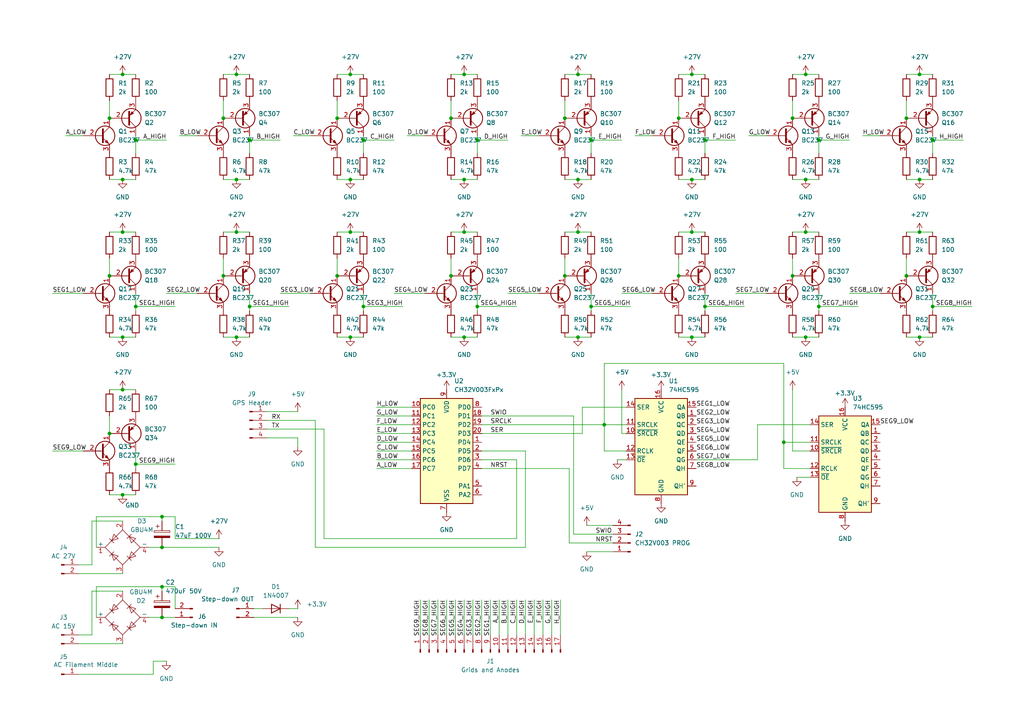
<source format=kicad_sch>
(kicad_sch (version 20231120) (generator "eeschema") (generator_version "8.0")
  (paper "A4")
  (junction (at 68.58 67.31))
  (junction (at 233.68 97.79))
  (junction (at 233.68 21.59))
  (junction (at 134.62 67.31))
  (junction (at 35.56 67.31))
  (junction (at 134.62 52.07))
  (junction (at 72.39 40.64))
  (junction (at 46.99 170.18))
  (junction (at 97.79 34.29))
  (junction (at 266.7 52.07))
  (junction (at 68.58 97.79))
  (junction (at 196.85 34.29))
  (junction (at 31.75 80.01))
  (junction (at 101.6 67.31))
  (junction (at 200.66 97.79))
  (junction (at 171.45 88.9))
  (junction (at 35.56 113.03))
  (junction (at 167.64 67.31))
  (junction (at 46.99 179.07))
  (junction (at 35.56 52.07))
  (junction (at 130.81 80.01))
  (junction (at 200.66 67.31))
  (junction (at 101.6 97.79))
  (junction (at 163.83 34.29))
  (junction (at 270.51 40.64))
  (junction (at 35.56 21.59))
  (junction (at 233.68 67.31))
  (junction (at 229.87 80.01))
  (junction (at 39.37 40.64))
  (junction (at 101.6 21.59))
  (junction (at 39.37 88.9))
  (junction (at 46.99 149.86))
  (junction (at 68.58 21.59))
  (junction (at 175.26 123.19))
  (junction (at 35.56 143.51))
  (junction (at 266.7 21.59))
  (junction (at 266.7 97.79))
  (junction (at 262.89 80.01))
  (junction (at 97.79 80.01))
  (junction (at 167.64 52.07))
  (junction (at 262.89 34.29))
  (junction (at 163.83 80.01))
  (junction (at 39.37 134.62))
  (junction (at 46.99 158.75))
  (junction (at 134.62 97.79))
  (junction (at 237.49 40.64))
  (junction (at 138.43 40.64))
  (junction (at 101.6 52.07))
  (junction (at 200.66 21.59))
  (junction (at 31.75 34.29))
  (junction (at 167.64 97.79))
  (junction (at 171.45 40.64))
  (junction (at 237.49 88.9))
  (junction (at 233.68 52.07))
  (junction (at 227.33 128.27))
  (junction (at 72.39 88.9))
  (junction (at 138.43 88.9))
  (junction (at 266.7 67.31))
  (junction (at 35.56 97.79))
  (junction (at 105.41 40.64))
  (junction (at 270.51 88.9))
  (junction (at 64.77 80.01))
  (junction (at 204.47 40.64))
  (junction (at 64.77 34.29))
  (junction (at 134.62 21.59))
  (junction (at 200.66 52.07))
  (junction (at 31.75 125.73))
  (junction (at 68.58 52.07))
  (junction (at 167.64 21.59))
  (junction (at 229.87 34.29))
  (junction (at 204.47 88.9))
  (junction (at 105.41 88.9))
  (junction (at 196.85 80.01))
  (junction (at 130.81 34.29))
  (wire (pts (xy 175.26 105.41) (xy 175.26 123.19)))
  (wire (pts (xy 39.37 40.64) (xy 48.26 40.64)))
  (wire (pts (xy 229.87 67.31) (xy 233.68 67.31)))
  (wire (pts (xy 91.44 121.92) (xy 91.44 158.75)))
  (wire (pts (xy 165.1 157.48) (xy 165.1 135.89)))
  (wire (pts (xy 168.91 118.11) (xy 168.91 125.73)))
  (wire (pts (xy 109.22 120.65) (xy 119.38 120.65)))
  (wire (pts (xy 167.64 67.31) (xy 171.45 67.31)))
  (wire (pts (xy 270.51 39.37) (xy 270.51 40.64)))
  (wire (pts (xy 180.34 113.03) (xy 180.34 125.73)))
  (wire (pts (xy 200.66 97.79) (xy 204.47 97.79)))
  (wire (pts (xy 50.8 156.21) (xy 50.8 149.86)))
  (wire (pts (xy 204.47 39.37) (xy 204.47 40.64)))
  (wire (pts (xy 139.7 125.73) (xy 168.91 125.73)))
  (wire (pts (xy 138.43 88.9) (xy 138.43 90.17)))
  (wire (pts (xy 46.99 149.86) (xy 50.8 149.86)))
  (wire (pts (xy 229.87 130.81) (xy 234.95 130.81)))
  (wire (pts (xy 105.41 40.64) (xy 105.41 44.45)))
  (wire (pts (xy 43.18 179.07) (xy 46.99 179.07)))
  (wire (pts (xy 130.81 21.59) (xy 134.62 21.59)))
  (wire (pts (xy 68.58 67.31) (xy 72.39 67.31)))
  (wire (pts (xy 171.45 39.37) (xy 171.45 40.64)))
  (wire (pts (xy 86.36 127) (xy 86.36 129.54)))
  (wire (pts (xy 101.6 52.07) (xy 105.41 52.07)))
  (wire (pts (xy 97.79 29.21) (xy 97.79 34.29)))
  (wire (pts (xy 180.34 85.09) (xy 189.23 85.09)))
  (wire (pts (xy 50.8 170.18) (xy 50.8 176.53)))
  (wire (pts (xy 68.58 97.79) (xy 72.39 97.79)))
  (wire (pts (xy 204.47 85.09) (xy 204.47 88.9)))
  (wire (pts (xy 200.66 52.07) (xy 204.47 52.07)))
  (wire (pts (xy 27.94 170.18) (xy 46.99 170.18)))
  (wire (pts (xy 130.81 74.93) (xy 130.81 80.01)))
  (wire (pts (xy 163.83 67.31) (xy 167.64 67.31)))
  (wire (pts (xy 64.77 67.31) (xy 68.58 67.31)))
  (wire (pts (xy 170.18 160.02) (xy 177.8 160.02)))
  (wire (pts (xy 179.07 133.35) (xy 181.61 133.35)))
  (wire (pts (xy 219.71 133.35) (xy 219.71 123.19)))
  (wire (pts (xy 175.26 123.19) (xy 175.26 130.81)))
  (wire (pts (xy 73.66 179.07) (xy 86.36 179.07)))
  (wire (pts (xy 97.79 97.79) (xy 101.6 97.79)))
  (wire (pts (xy 26.67 171.45) (xy 26.67 184.15)))
  (wire (pts (xy 139.7 173.99) (xy 139.7 184.15)))
  (wire (pts (xy 200.66 67.31) (xy 204.47 67.31)))
  (wire (pts (xy 147.32 85.09) (xy 156.21 85.09)))
  (wire (pts (xy 109.22 125.73) (xy 119.38 125.73)))
  (wire (pts (xy 109.22 123.19) (xy 119.38 123.19)))
  (wire (pts (xy 237.49 40.64) (xy 237.49 44.45)))
  (wire (pts (xy 44.45 191.77) (xy 44.45 195.58)))
  (wire (pts (xy 134.62 173.99) (xy 134.62 184.15)))
  (wire (pts (xy 144.78 173.99) (xy 144.78 184.15)))
  (wire (pts (xy 213.36 85.09) (xy 222.25 85.09)))
  (wire (pts (xy 248.92 88.9) (xy 237.49 88.9)))
  (wire (pts (xy 35.56 143.51) (xy 39.37 143.51)))
  (wire (pts (xy 163.83 97.79) (xy 167.64 97.79)))
  (wire (pts (xy 19.05 39.37) (xy 24.13 39.37)))
  (wire (pts (xy 105.41 39.37) (xy 105.41 40.64)))
  (wire (pts (xy 97.79 21.59) (xy 101.6 21.59)))
  (wire (pts (xy 35.56 97.79) (xy 39.37 97.79)))
  (wire (pts (xy 109.22 133.35) (xy 119.38 133.35)))
  (wire (pts (xy 134.62 52.07) (xy 138.43 52.07)))
  (wire (pts (xy 50.8 88.9) (xy 39.37 88.9)))
  (wire (pts (xy 72.39 85.09) (xy 72.39 88.9)))
  (wire (pts (xy 196.85 52.07) (xy 200.66 52.07)))
  (wire (pts (xy 270.51 85.09) (xy 270.51 88.9)))
  (wire (pts (xy 149.86 88.9) (xy 138.43 88.9)))
  (wire (pts (xy 196.85 74.93) (xy 196.85 80.01)))
  (wire (pts (xy 237.49 85.09) (xy 237.49 88.9)))
  (wire (pts (xy 105.41 88.9) (xy 105.41 90.17)))
  (wire (pts (xy 31.75 113.03) (xy 35.56 113.03)))
  (wire (pts (xy 46.99 158.75) (xy 43.18 158.75)))
  (wire (pts (xy 262.89 67.31) (xy 266.7 67.31)))
  (wire (pts (xy 91.44 158.75) (xy 152.4 158.75)))
  (wire (pts (xy 101.6 67.31) (xy 105.41 67.31)))
  (wire (pts (xy 196.85 97.79) (xy 200.66 97.79)))
  (wire (pts (xy 229.87 21.59) (xy 233.68 21.59)))
  (wire (pts (xy 227.33 128.27) (xy 227.33 135.89)))
  (wire (pts (xy 196.85 21.59) (xy 200.66 21.59)))
  (wire (pts (xy 270.51 88.9) (xy 270.51 90.17)))
  (wire (pts (xy 39.37 130.81) (xy 39.37 134.62)))
  (wire (pts (xy 219.71 123.19) (xy 234.95 123.19)))
  (wire (pts (xy 233.68 52.07) (xy 237.49 52.07)))
  (wire (pts (xy 166.37 120.65) (xy 166.37 154.94)))
  (wire (pts (xy 44.45 191.77) (xy 48.26 191.77)))
  (wire (pts (xy 39.37 90.17) (xy 39.37 88.9)))
  (wire (pts (xy 15.24 85.09) (xy 24.13 85.09)))
  (wire (pts (xy 39.37 40.64) (xy 39.37 44.45)))
  (wire (pts (xy 63.5 156.21) (xy 50.8 156.21)))
  (wire (pts (xy 39.37 39.37) (xy 39.37 40.64)))
  (wire (pts (xy 134.62 21.59) (xy 138.43 21.59)))
  (wire (pts (xy 81.28 85.09) (xy 90.17 85.09)))
  (wire (pts (xy 118.11 39.37) (xy 123.19 39.37)))
  (wire (pts (xy 64.77 29.21) (xy 64.77 34.29)))
  (wire (pts (xy 165.1 135.89) (xy 139.7 135.89)))
  (wire (pts (xy 31.75 120.65) (xy 31.75 125.73)))
  (wire (pts (xy 229.87 97.79) (xy 233.68 97.79)))
  (wire (pts (xy 233.68 21.59) (xy 237.49 21.59)))
  (wire (pts (xy 139.7 130.81) (xy 152.4 130.81)))
  (wire (pts (xy 196.85 67.31) (xy 200.66 67.31)))
  (wire (pts (xy 77.47 119.38) (xy 86.36 119.38)))
  (wire (pts (xy 52.07 39.37) (xy 57.15 39.37)))
  (wire (pts (xy 72.39 40.64) (xy 72.39 44.45)))
  (wire (pts (xy 121.92 173.99) (xy 121.92 184.15)))
  (wire (pts (xy 35.56 21.59) (xy 39.37 21.59)))
  (wire (pts (xy 250.19 39.37) (xy 255.27 39.37)))
  (wire (pts (xy 97.79 52.07) (xy 101.6 52.07)))
  (wire (pts (xy 130.81 97.79) (xy 134.62 97.79)))
  (wire (pts (xy 35.56 113.03) (xy 39.37 113.03)))
  (wire (pts (xy 151.13 39.37) (xy 156.21 39.37)))
  (wire (pts (xy 262.89 74.93) (xy 262.89 80.01)))
  (wire (pts (xy 105.41 85.09) (xy 105.41 88.9)))
  (wire (pts (xy 152.4 158.75) (xy 152.4 130.81)))
  (wire (pts (xy 229.87 29.21) (xy 229.87 34.29)))
  (wire (pts (xy 73.66 176.53) (xy 76.2 176.53)))
  (wire (pts (xy 44.45 195.58) (xy 22.86 195.58)))
  (wire (pts (xy 116.84 88.9) (xy 105.41 88.9)))
  (wire (pts (xy 26.67 171.45) (xy 35.56 171.45)))
  (wire (pts (xy 35.56 67.31) (xy 39.37 67.31)))
  (wire (pts (xy 168.91 118.11) (xy 181.61 118.11)))
  (wire (pts (xy 262.89 97.79) (xy 266.7 97.79)))
  (wire (pts (xy 31.75 52.07) (xy 35.56 52.07)))
  (wire (pts (xy 31.75 74.93) (xy 31.75 80.01)))
  (wire (pts (xy 217.17 39.37) (xy 222.25 39.37)))
  (wire (pts (xy 149.86 173.99) (xy 149.86 184.15)))
  (wire (pts (xy 124.46 173.99) (xy 124.46 184.15)))
  (wire (pts (xy 50.8 134.62) (xy 39.37 134.62)))
  (wire (pts (xy 138.43 40.64) (xy 147.32 40.64)))
  (wire (pts (xy 139.7 120.65) (xy 166.37 120.65)))
  (wire (pts (xy 63.5 158.75) (xy 46.99 158.75)))
  (wire (pts (xy 149.86 133.35) (xy 149.86 156.21)))
  (wire (pts (xy 48.26 85.09) (xy 57.15 85.09)))
  (wire (pts (xy 160.02 173.99) (xy 160.02 184.15)))
  (wire (pts (xy 266.7 97.79) (xy 270.51 97.79)))
  (wire (pts (xy 234.95 135.89) (xy 227.33 135.89)))
  (wire (pts (xy 171.45 40.64) (xy 171.45 44.45)))
  (wire (pts (xy 31.75 97.79) (xy 35.56 97.79)))
  (wire (pts (xy 237.49 39.37) (xy 237.49 40.64)))
  (wire (pts (xy 262.89 29.21) (xy 262.89 34.29)))
  (wire (pts (xy 114.3 85.09) (xy 123.19 85.09)))
  (wire (pts (xy 204.47 88.9) (xy 204.47 90.17)))
  (wire (pts (xy 83.82 176.53) (xy 86.36 176.53)))
  (wire (pts (xy 15.24 130.81) (xy 24.13 130.81)))
  (wire (pts (xy 138.43 85.09) (xy 138.43 88.9)))
  (wire (pts (xy 68.58 21.59) (xy 72.39 21.59)))
  (wire (pts (xy 138.43 39.37) (xy 138.43 40.64)))
  (wire (pts (xy 72.39 88.9) (xy 72.39 90.17)))
  (wire (pts (xy 93.98 124.46) (xy 77.47 124.46)))
  (wire (pts (xy 215.9 88.9) (xy 204.47 88.9)))
  (wire (pts (xy 26.67 151.13) (xy 35.56 151.13)))
  (wire (pts (xy 204.47 40.64) (xy 204.47 44.45)))
  (wire (pts (xy 204.47 40.64) (xy 213.36 40.64)))
  (wire (pts (xy 163.83 21.59) (xy 167.64 21.59)))
  (wire (pts (xy 234.95 128.27) (xy 227.33 128.27)))
  (wire (pts (xy 162.56 173.99) (xy 162.56 184.15)))
  (wire (pts (xy 163.83 29.21) (xy 163.83 34.29)))
  (wire (pts (xy 46.99 170.18) (xy 46.99 171.45)))
  (wire (pts (xy 149.86 156.21) (xy 93.98 156.21)))
  (wire (pts (xy 39.37 88.9) (xy 39.37 85.09)))
  (wire (pts (xy 171.45 40.64) (xy 180.34 40.64)))
  (wire (pts (xy 101.6 97.79) (xy 105.41 97.79)))
  (wire (pts (xy 101.6 21.59) (xy 105.41 21.59)))
  (wire (pts (xy 170.18 152.4) (xy 177.8 152.4)))
  (wire (pts (xy 64.77 74.93) (xy 64.77 80.01)))
  (wire (pts (xy 26.67 151.13) (xy 26.67 163.83)))
  (wire (pts (xy 201.93 133.35) (xy 219.71 133.35)))
  (wire (pts (xy 127 173.99) (xy 127 184.15)))
  (wire (pts (xy 109.22 128.27) (xy 119.38 128.27)))
  (wire (pts (xy 77.47 121.92) (xy 91.44 121.92)))
  (wire (pts (xy 109.22 135.89) (xy 119.38 135.89)))
  (wire (pts (xy 35.56 52.07) (xy 39.37 52.07)))
  (wire (pts (xy 175.26 130.81) (xy 181.61 130.81)))
  (wire (pts (xy 105.41 40.64) (xy 114.3 40.64)))
  (wire (pts (xy 72.39 40.64) (xy 81.28 40.64)))
  (wire (pts (xy 262.89 52.07) (xy 266.7 52.07)))
  (wire (pts (xy 152.4 173.99) (xy 152.4 184.15)))
  (wire (pts (xy 157.48 173.99) (xy 157.48 184.15)))
  (wire (pts (xy 142.24 173.99) (xy 142.24 184.15)))
  (wire (pts (xy 31.75 29.21) (xy 31.75 34.29)))
  (wire (pts (xy 139.7 123.19) (xy 175.26 123.19)))
  (wire (pts (xy 134.62 67.31) (xy 138.43 67.31)))
  (wire (pts (xy 64.77 52.07) (xy 68.58 52.07)))
  (wire (pts (xy 167.64 21.59) (xy 171.45 21.59)))
  (wire (pts (xy 227.33 105.41) (xy 175.26 105.41)))
  (wire (pts (xy 182.88 88.9) (xy 171.45 88.9)))
  (wire (pts (xy 134.62 97.79) (xy 138.43 97.79)))
  (wire (pts (xy 27.94 179.07) (xy 27.94 170.18)))
  (wire (pts (xy 130.81 52.07) (xy 134.62 52.07)))
  (wire (pts (xy 266.7 67.31) (xy 270.51 67.31)))
  (wire (pts (xy 72.39 39.37) (xy 72.39 40.64)))
  (wire (pts (xy 165.1 157.48) (xy 177.8 157.48)))
  (wire (pts (xy 266.7 21.59) (xy 270.51 21.59)))
  (wire (pts (xy 85.09 39.37) (xy 90.17 39.37)))
  (wire (pts (xy 177.8 154.94) (xy 166.37 154.94)))
  (wire (pts (xy 97.79 67.31) (xy 101.6 67.31)))
  (wire (pts (xy 184.15 39.37) (xy 189.23 39.37)))
  (wire (pts (xy 97.79 74.93) (xy 97.79 80.01)))
  (wire (pts (xy 31.75 67.31) (xy 35.56 67.31)))
  (wire (pts (xy 138.43 40.64) (xy 138.43 44.45)))
  (wire (pts (xy 22.86 166.37) (xy 35.56 166.37)))
  (wire (pts (xy 233.68 67.31) (xy 237.49 67.31)))
  (wire (pts (xy 109.22 118.11) (xy 119.38 118.11)))
  (wire (pts (xy 175.26 123.19) (xy 181.61 123.19)))
  (wire (pts (xy 39.37 134.62) (xy 39.37 135.89)))
  (wire (pts (xy 227.33 128.27) (xy 227.33 105.41)))
  (wire (pts (xy 167.64 52.07) (xy 171.45 52.07)))
  (wire (pts (xy 130.81 29.21) (xy 130.81 34.29)))
  (wire (pts (xy 270.51 40.64) (xy 279.4 40.64)))
  (wire (pts (xy 132.08 173.99) (xy 132.08 184.15)))
  (wire (pts (xy 147.32 173.99) (xy 147.32 184.15)))
  (wire (pts (xy 31.75 21.59) (xy 35.56 21.59)))
  (wire (pts (xy 270.51 40.64) (xy 270.51 44.45)))
  (wire (pts (xy 64.77 97.79) (xy 68.58 97.79)))
  (wire (pts (xy 262.89 21.59) (xy 266.7 21.59)))
  (wire (pts (xy 233.68 97.79) (xy 237.49 97.79)))
  (wire (pts (xy 180.34 125.73) (xy 181.61 125.73)))
  (wire (pts (xy 237.49 40.64) (xy 246.38 40.64)))
  (wire (pts (xy 64.77 21.59) (xy 68.58 21.59)))
  (wire (pts (xy 266.7 52.07) (xy 270.51 52.07)))
  (wire (pts (xy 129.54 173.99) (xy 129.54 184.15)))
  (wire (pts (xy 154.94 173.99) (xy 154.94 184.15)))
  (wire (pts (xy 281.94 88.9) (xy 270.51 88.9)))
  (wire (pts (xy 163.83 52.07) (xy 167.64 52.07)))
  (wire (pts (xy 27.94 149.86) (xy 46.99 149.86)))
  (wire (pts (xy 93.98 156.21) (xy 93.98 124.46)))
  (wire (pts (xy 26.67 184.15) (xy 22.86 184.15)))
  (wire (pts (xy 200.66 21.59) (xy 204.47 21.59)))
  (wire (pts (xy 83.82 88.9) (xy 72.39 88.9)))
  (wire (pts (xy 229.87 113.03) (xy 229.87 130.81)))
  (wire (pts (xy 237.49 88.9) (xy 237.49 90.17)))
  (wire (pts (xy 22.86 163.83) (xy 26.67 163.83)))
  (wire (pts (xy 229.87 74.93) (xy 229.87 80.01)))
  (wire (pts (xy 167.64 97.79) (xy 171.45 97.79)))
  (wire (pts (xy 22.86 186.69) (xy 35.56 186.69)))
  (wire (pts (xy 46.99 149.86) (xy 46.99 151.13)))
  (wire (pts (xy 46.99 179.07) (xy 50.8 179.07)))
  (wire (pts (xy 231.14 138.43) (xy 234.95 138.43)))
  (wire (pts (xy 171.45 85.09) (xy 171.45 88.9)))
  (wire (pts (xy 68.58 52.07) (xy 72.39 52.07)))
  (wire (pts (xy 171.45 88.9) (xy 171.45 90.17)))
  (wire (pts (xy 46.99 170.18) (xy 50.8 170.18)))
  (wire (pts (xy 27.94 149.86) (xy 27.94 158.75)))
  (wire (pts (xy 163.83 74.93) (xy 163.83 80.01)))
  (wire (pts (xy 196.85 29.21) (xy 196.85 34.29)))
  (wire (pts (xy 229.87 52.07) (xy 233.68 52.07)))
  (wire (pts (xy 77.47 127) (xy 86.36 127)))
  (wire (pts (xy 246.38 85.09) (xy 255.27 85.09)))
  (wire (pts (xy 130.81 67.31) (xy 134.62 67.31)))
  (wire (pts (xy 31.75 143.51) (xy 35.56 143.51)))
  (wire (pts (xy 139.7 133.35) (xy 149.86 133.35)))
  (wire (pts (xy 109.22 130.81) (xy 119.38 130.81)))
  (wire (pts (xy 137.16 173.99) (xy 137.16 184.15)))
  (label "SWIO" (at 142.24 120.65 0))
  (label "SWIO" (at 172.72 154.94 0))
  (label "SEG3_LOW" (at 81.28 85.09 0))
  (label "SEG3_HIGH" (at 116.84 88.9 180))
  (label "SEG4_LOW" (at 201.93 125.73 0))
  (label "NRST" (at 142.24 135.89 0))
  (label "F_LOW" (at 184.15 39.37 0))
  (label "F_HIGH" (at 157.48 173.99 270))
  (label "SEG7_LOW" (at 213.36 85.09 0))
  (label "SEG1_HIGH" (at 142.24 173.99 270))
  (label "A_LOW" (at 109.22 135.89 0))
  (label "D_LOW" (at 109.22 128.27 0))
  (label "SEG4_HIGH" (at 134.62 173.99 270))
  (label "F_LOW" (at 109.22 123.19 0))
  (label "SEG5_HIGH" (at 132.08 173.99 270))
  (label "A_HIGH" (at 48.26 40.64 180))
  (label "E_LOW" (at 109.22 125.73 0))
  (label "SEG6_HIGH" (at 215.9 88.9 180))
  (label "B_LOW" (at 52.07 39.37 0))
  (label "SEG5_HIGH" (at 182.88 88.9 180))
  (label "SEG8_HIGH" (at 124.46 173.99 270))
  (label "E_HIGH" (at 180.34 40.64 180))
  (label "SEG1_HIGH" (at 83.82 88.9 180))
  (label "SEG2_LOW" (at 201.93 120.65 0))
  (label "E_HIGH" (at 154.94 173.99 270))
  (label "SEG2_LOW" (at 48.26 85.09 0))
  (label "D_HIGH" (at 152.4 173.99 270))
  (label "TX" (at 78.74 124.46 0))
  (label "SEG1_HIGH" (at 50.8 88.9 180))
  (label "G_HIGH" (at 160.02 173.99 270))
  (label "SEG3_LOW" (at 201.93 123.19 0))
  (label "C_LOW" (at 85.09 39.37 0))
  (label "SEG1_LOW" (at 201.93 118.11 0))
  (label "RX" (at 78.74 121.92 0))
  (label "SEG1_LOW" (at 15.24 85.09 0))
  (label "SEG7_HIGH" (at 248.92 88.9 180))
  (label "B_HIGH" (at 147.32 173.99 270))
  (label "E_LOW" (at 151.13 39.37 0))
  (label "A_HIGH" (at 144.78 173.99 270))
  (label "SEG3_HIGH" (at 137.16 173.99 270))
  (label "G_LOW" (at 217.17 39.37 0))
  (label "A_LOW" (at 19.05 39.37 0))
  (label "SEG7_HIGH" (at 127 173.99 270))
  (label "SEG8_HIGH" (at 281.94 88.9 180))
  (label "SEG6_LOW" (at 201.93 130.81 0))
  (label "G_LOW" (at 109.22 120.65 0))
  (label "SEG4_HIGH" (at 149.86 88.9 180))
  (label "H_LOW" (at 109.22 118.11 0))
  (label "F_HIGH" (at 213.36 40.64 180))
  (label "SER" (at 142.24 125.73 0))
  (label "B_LOW" (at 109.22 133.35 0))
  (label "SEG5_LOW" (at 201.93 128.27 0))
  (label "C_HIGH" (at 149.86 173.99 270))
  (label "SEG6_LOW" (at 180.34 85.09 0))
  (label "SEG2_HIGH" (at 139.7 173.99 270))
  (label "SEG5_LOW" (at 147.32 85.09 0))
  (label "D_LOW" (at 118.11 39.37 0))
  (label "H_HIGH" (at 279.4 40.64 180))
  (label "SEG9_HIGH" (at 121.92 173.99 270))
  (label "SEG8_LOW" (at 246.38 85.09 0))
  (label "SEG9_HIGH" (at 50.8 134.62 180))
  (label "C_HIGH" (at 114.3 40.64 180))
  (label "SEG9_LOW" (at 255.27 123.19 0))
  (label "SEG7_LOW" (at 201.93 133.35 0))
  (label "G_HIGH" (at 246.38 40.64 180))
  (label "NRST" (at 172.72 157.48 0))
  (label "C_LOW" (at 109.22 130.81 0))
  (label "D_HIGH" (at 147.32 40.64 180))
  (label "H_LOW" (at 250.19 39.37 0))
  (label "SEG4_LOW" (at 114.3 85.09 0))
  (label "H_HIGH" (at 162.56 173.99 270))
  (label "SEG8_LOW" (at 201.93 135.89 0))
  (label "B_HIGH" (at 81.28 40.64 180))
  (label "SEG9_LOW" (at 15.24 130.81 0))
  (label "SRCLK" (at 142.24 123.19 0))
  (label "SEG6_HIGH" (at 129.54 173.99 270))
  (symbol (lib_id "power:+5V") (at 129.54 113.03 0) (unit 1)
    (property "Reference" "#PWR038" (effects (hide yes)))
    (property "Value" "+3.3V" (at 126.492 108.712 0) (effects (justify left)))
    (property "Description" "Power symbol creates a global label with name \"+5V\"" (effects (hide yes)))
  )
  (symbol (lib_id "Transistor_BJT:BC307") (at 267.97 80.01 0) (mirror x) (unit 1)
    (property "Reference" "Q32" (at 273.05 81.2801 0) (effects (justify left)))
    (property "Value" "BC307" (at 273.05 78.7401 0) (effects (justify left)))
    (property "Footprint" "Package_TO_SOT_THT:TO-92_Inline" (effects (hide yes)))
    (property "Datasheet" "http://www.onsemi.com/pub_link/Collateral/BC307-D.PDF" (effects (hide yes)))
    (property "Description" "100mA Ic, 45V Vce, Epitaxial Silicon PNP Transistor, TO-92" (effects (hide yes)))
  )
  (symbol (lib_id "Transistor_BJT:BC237") (at 194.31 85.09 0) (unit 1)
    (property "Reference" "Q27" (at 199.39 83.8199 0) (effects (justify left)))
    (property "Value" "BC237" (at 199.39 86.3599 0) (effects (justify left)))
    (property "Footprint" "Package_TO_SOT_THT:TO-92_Inline" (effects (hide yes)))
    (property "Datasheet" "http://www.onsemi.com/pub_link/Collateral/BC237-D.PDF" (effects (hide yes)))
    (property "Description" "100mA Ic, 50V Vce, Epitaxial Silicon NPN Transistor, TO-92" (effects (hide yes)))
  )
  (symbol (lib_id "Device:R") (at 196.85 48.26 0) (unit 1)
    (property "Reference" "R22" (at 199.39 46.9899 0) (effects (justify left)))
    (property "Value" "4.7k" (at 199.39 49.5299 0) (effects (justify left)))
    (property "Footprint" "Resistor_THT:R_Axial_DIN0207_L6.3mm_D2.5mm_P10.16mm_Horizontal" (effects (hide yes)))
    (property "Description" "Resistor" (effects (hide yes)))
  )
  (symbol (lib_id "power:+28V") (at 101.6 67.31 0) (unit 1)
    (property "Reference" "#PWR05" (effects (hide yes)))
    (property "Value" "+27V" (at 101.6 62.23 0))
    (property "Description" "Power symbol creates a global label with name \"+27V\"" (effects (hide yes)))
  )
  (symbol (lib_id "power:+5V") (at 86.36 176.53 0) (unit 1)
    (property "Reference" "#PWR045" (effects (hide yes)))
    (property "Value" "+3.3V" (at 88.9 175.2599 0) (effects (justify left)))
    (property "Description" "Power symbol creates a global label with name \"+5V\"" (effects (hide yes)))
  )
  (symbol (lib_id "MCU_WCH_CH32V0:CH32V003FxPx") (at 129.54 130.81 0) (unit 1)
    (property "Reference" "U2" (at 131.7341 110.49 0) (effects (justify left)))
    (property "Value" "CH32V003FxPx" (at 131.7341 113.03 0) (effects (justify left)))
    (property "Footprint" "Package_SO:TSSOP-20_4.4x6.5mm_P0.65mm" (effects (hide yes)))
    (property "Datasheet" "https://www.wch-ic.com/products/CH32V003.html" (effects (hide yes)))
    (property "Description" "CH32V003 series are industrial-grade general-purpose microcontrollers designed based on 32-bit RISC-V instruction set and architecture. It adopts QingKe V2A core, RV32EC instruction set, and supports 2 levels of interrupt nesting. The series are mounted with rich peripheral interfaces and function modules. Its internal organizational structure meets the low-cost and low-power embedded application scenarios." (effects (hide yes)))
  )
  (symbol (lib_id "power:+5V") (at 191.77 113.03 0) (unit 1)
    (property "Reference" "#PWR035" (effects (hide yes)))
    (property "Value" "+3.3V" (at 188.722 108.712 0) (effects (justify left)))
    (property "Description" "Power symbol creates a global label with name \"+5V\"" (effects (hide yes)))
  )
  (symbol (lib_id "Device:R") (at 39.37 93.98 0) (unit 1)
    (property "Reference" "R36" (at 41.91 92.7099 0) (effects (justify left)))
    (property "Value" "47k" (at 41.91 95.2499 0) (effects (justify left)))
    (property "Footprint" "Resistor_THT:R_Axial_DIN0207_L6.3mm_D2.5mm_P10.16mm_Horizontal" (effects (hide yes)))
    (property "Description" "Resistor" (effects (hide yes)))
  )
  (symbol (lib_id "Transistor_BJT:BC307") (at 168.91 34.29 0) (mirror x) (unit 1)
    (property "Reference" "Q10" (at 173.99 35.5601 0) (effects (justify left)))
    (property "Value" "BC307" (at 173.99 33.0201 0) (effects (justify left)))
    (property "Footprint" "Package_TO_SOT_THT:TO-92_Inline" (effects (hide yes)))
    (property "Datasheet" "http://www.onsemi.com/pub_link/Collateral/BC307-D.PDF" (effects (hide yes)))
    (property "Description" "100mA Ic, 45V Vce, Epitaxial Silicon PNP Transistor, TO-92" (effects (hide yes)))
  )
  (symbol (lib_id "Device:R") (at 229.87 93.98 0) (unit 1)
    (property "Reference" "R58" (at 232.41 92.7099 0) (effects (justify left)))
    (property "Value" "4.7k" (at 232.41 95.2499 0) (effects (justify left)))
    (property "Footprint" "Resistor_THT:R_Axial_DIN0207_L6.3mm_D2.5mm_P10.16mm_Horizontal" (effects (hide yes)))
    (property "Description" "Resistor" (effects (hide yes)))
  )
  (symbol (lib_id "power:GND") (at 167.64 97.79 0) (unit 1)
    (property "Reference" "#PWR026" (effects (hide yes)))
    (property "Value" "GND" (at 167.64 102.87 0))
    (property "Description" "Power symbol creates a global label with name \"GND\" , ground" (effects (hide yes)))
  )
  (symbol (lib_id "power:GND") (at 179.07 133.35 0) (unit 1)
    (property "Reference" "#PWR039" (effects (hide yes)))
    (property "Value" "GND" (at 179.07 138.43 0))
    (property "Description" "Power symbol creates a global label with name \"GND\" , ground" (effects (hide yes)))
  )
  (symbol (lib_id "Diode_Bridge:GBU4M") (at 35.56 158.75 180) (unit 1)
    (property "Reference" "D3" (at 41.148 151.13 0))
    (property "Value" "GBU4M" (at 41.148 153.67 0))
    (property "Footprint" "Diode_THT:Diode_Bridge_Vishay_GBU" (effects (hide yes)))
    (property "Datasheet" "http://www.vishay.com/docs/88656/gbu4a.pdf" (effects (hide yes)))
    (property "Description" "Single-Phase Bridge Rectifier, 700V Vrms, 4.0A If, GBU package" (effects (hide yes)))
  )
  (symbol (lib_id "Device:R") (at 130.81 71.12 0) (unit 1)
    (property "Reference" "R45" (at 133.35 69.8499 0) (effects (justify left)))
    (property "Value" "2k" (at 133.35 72.3899 0) (effects (justify left)))
    (property "Footprint" "Resistor_THT:R_Axial_DIN0207_L6.3mm_D2.5mm_P10.16mm_Horizontal" (effects (hide yes)))
    (property "Description" "Resistor" (effects (hide yes)))
  )
  (symbol (lib_id "Transistor_BJT:BC237") (at 95.25 39.37 0) (unit 1)
    (property "Reference" "Q5" (at 100.33 38.0999 0) (effects (justify left)))
    (property "Value" "BC237" (at 100.33 40.6399 0) (effects (justify left)))
    (property "Footprint" "Package_TO_SOT_THT:TO-92_Inline" (effects (hide yes)))
    (property "Datasheet" "http://www.onsemi.com/pub_link/Collateral/BC237-D.PDF" (effects (hide yes)))
    (property "Description" "100mA Ic, 50V Vce, Epitaxial Silicon NPN Transistor, TO-92" (effects (hide yes)))
  )
  (symbol (lib_id "power:+28V") (at 134.62 21.59 0) (unit 1)
    (property "Reference" "#PWR025" (effects (hide yes)))
    (property "Value" "+27V" (at 134.62 16.51 0))
    (property "Description" "Power symbol creates a global label with name \"+27V\"" (effects (hide yes)))
  )
  (symbol (lib_id "power:+5V") (at 170.18 152.4 0) (unit 1)
    (property "Reference" "#PWR043" (effects (hide yes)))
    (property "Value" "+5V" (at 170.18 147.32 0))
    (property "Description" "Power symbol creates a global label with name \"+5V\"" (effects (hide yes)))
  )
  (symbol (lib_id "power:GND") (at 200.66 52.07 0) (unit 1)
    (property "Reference" "#PWR012" (effects (hide yes)))
    (property "Value" "GND" (at 200.66 57.15 0))
    (property "Description" "Power symbol creates a global label with name \"GND\" , ground" (effects (hide yes)))
  )
  (symbol (lib_id "power:+28V") (at 233.68 21.59 0) (unit 1)
    (property "Reference" "#PWR019" (effects (hide yes)))
    (property "Value" "+27V" (at 233.68 16.51 0))
    (property "Description" "Power symbol creates a global label with name \"+27V\"" (effects (hide yes)))
  )
  (symbol (lib_id "power:+28V") (at 200.66 67.31 0) (unit 1)
    (property "Reference" "#PWR011" (effects (hide yes)))
    (property "Value" "+27V" (at 200.66 62.23 0))
    (property "Description" "Power symbol creates a global label with name \"+27V\"" (effects (hide yes)))
  )
  (symbol (lib_id "Device:R") (at 31.75 139.7 0) (unit 1)
    (property "Reference" "R66" (at 34.29 138.4299 0) (effects (justify left)))
    (property "Value" "4.7k" (at 34.29 140.9699 0) (effects (justify left)))
    (property "Footprint" "Resistor_THT:R_Axial_DIN0207_L6.3mm_D2.5mm_P10.16mm_Horizontal" (effects (hide yes)))
    (property "Description" "Resistor" (effects (hide yes)))
  )
  (symbol (lib_id "Transistor_BJT:BC307") (at 267.97 34.29 0) (mirror x) (unit 1)
    (property "Reference" "Q16" (at 273.05 35.5601 0) (effects (justify left)))
    (property "Value" "BC307" (at 273.05 33.0201 0) (effects (justify left)))
    (property "Footprint" "Package_TO_SOT_THT:TO-92_Inline" (effects (hide yes)))
    (property "Datasheet" "http://www.onsemi.com/pub_link/Collateral/BC307-D.PDF" (effects (hide yes)))
    (property "Description" "100mA Ic, 45V Vce, Epitaxial Silicon PNP Transistor, TO-92" (effects (hide yes)))
  )
  (symbol (lib_id "Transistor_BJT:BC237") (at 227.33 85.09 0) (unit 1)
    (property "Reference" "Q29" (at 232.41 83.8199 0) (effects (justify left)))
    (property "Value" "BC237" (at 232.41 86.3599 0) (effects (justify left)))
    (property "Footprint" "Package_TO_SOT_THT:TO-92_Inline" (effects (hide yes)))
    (property "Datasheet" "http://www.onsemi.com/pub_link/Collateral/BC237-D.PDF" (effects (hide yes)))
    (property "Description" "100mA Ic, 50V Vce, Epitaxial Silicon NPN Transistor, TO-92" (effects (hide yes)))
  )
  (symbol (lib_id "Device:R") (at 31.75 116.84 0) (unit 1)
    (property "Reference" "R65" (at 34.29 115.5699 0) (effects (justify left)))
    (property "Value" "2k" (at 34.29 118.1099 0) (effects (justify left)))
    (property "Footprint" "Resistor_THT:R_Axial_DIN0207_L6.3mm_D2.5mm_P10.16mm_Horizontal" (effects (hide yes)))
    (property "Description" "Resistor" (effects (hide yes)))
  )
  (symbol (lib_id "Transistor_BJT:BC237") (at 95.25 85.09 0) (unit 1)
    (property "Reference" "Q21" (at 100.33 83.8199 0) (effects (justify left)))
    (property "Value" "BC237" (at 100.33 86.3599 0) (effects (justify left)))
    (property "Footprint" "Package_TO_SOT_THT:TO-92_Inline" (effects (hide yes)))
    (property "Datasheet" "http://www.onsemi.com/pub_link/Collateral/BC237-D.PDF" (effects (hide yes)))
    (property "Description" "100mA Ic, 50V Vce, Epitaxial Silicon NPN Transistor, TO-92" (effects (hide yes)))
  )
  (symbol (lib_id "power:+28V") (at 167.64 21.59 0) (unit 1)
    (property "Reference" "#PWR023" (effects (hide yes)))
    (property "Value" "+27V" (at 167.64 16.51 0))
    (property "Description" "Power symbol creates a global label with name \"+27V\"" (effects (hide yes)))
  )
  (symbol (lib_id "Connector:Conn_01x02_Pin") (at 17.78 163.83 0) (unit 1)
    (property "Reference" "J4" (at 18.415 158.75 0))
    (property "Value" "AC 27V" (at 18.415 161.29 0))
    (property "Footprint" "Connector_PinHeader_2.54mm:PinHeader_1x02_P2.54mm_Vertical" (effects (hide yes)))
    (property "Description" "Generic connector, single row, 01x02, script generated" (effects (hide yes)))
  )
  (symbol (lib_id "Device:R") (at 31.75 71.12 0) (unit 1)
    (property "Reference" "R33" (at 34.29 69.8499 0) (effects (justify left)))
    (property "Value" "2k" (at 34.29 72.3899 0) (effects (justify left)))
    (property "Footprint" "Resistor_THT:R_Axial_DIN0207_L6.3mm_D2.5mm_P10.16mm_Horizontal" (effects (hide yes)))
    (property "Description" "Resistor" (effects (hide yes)))
  )
  (symbol (lib_id "Device:R") (at 270.51 48.26 0) (unit 1)
    (property "Reference" "R32" (at 273.05 46.9899 0) (effects (justify left)))
    (property "Value" "47k" (at 273.05 49.5299 0) (effects (justify left)))
    (property "Footprint" "Resistor_THT:R_Axial_DIN0207_L6.3mm_D2.5mm_P10.16mm_Horizontal" (effects (hide yes)))
    (property "Description" "Resistor" (effects (hide yes)))
  )
  (symbol (lib_id "power:+28V") (at 233.68 67.31 0) (unit 1)
    (property "Reference" "#PWR013" (effects (hide yes)))
    (property "Value" "+27V" (at 233.68 62.23 0))
    (property "Description" "Power symbol creates a global label with name \"+27V\"" (effects (hide yes)))
  )
  (symbol (lib_id "Transistor_BJT:BC237") (at 161.29 39.37 0) (unit 1)
    (property "Reference" "Q9" (at 166.37 38.0999 0) (effects (justify left)))
    (property "Value" "BC237" (at 166.37 40.6399 0) (effects (justify left)))
    (property "Footprint" "Package_TO_SOT_THT:TO-92_Inline" (effects (hide yes)))
    (property "Datasheet" "http://www.onsemi.com/pub_link/Collateral/BC237-D.PDF" (effects (hide yes)))
    (property "Description" "100mA Ic, 50V Vce, Epitaxial Silicon NPN Transistor, TO-92" (effects (hide yes)))
  )
  (symbol (lib_id "Device:R") (at 237.49 71.12 0) (unit 1)
    (property "Reference" "R59" (at 240.03 69.8499 0) (effects (justify left)))
    (property "Value" "100" (at 240.03 72.3899 0) (effects (justify left)))
    (property "Footprint" "Resistor_THT:R_Axial_DIN0207_L6.3mm_D2.5mm_P10.16mm_Horizontal" (effects (hide yes)))
    (property "Description" "Resistor" (effects (hide yes)))
  )
  (symbol (lib_id "Device:R") (at 39.37 139.7 0) (unit 1)
    (property "Reference" "R68" (at 41.91 138.4299 0) (effects (justify left)))
    (property "Value" "47k" (at 41.91 140.9699 0) (effects (justify left)))
    (property "Footprint" "Resistor_THT:R_Axial_DIN0207_L6.3mm_D2.5mm_P10.16mm_Horizontal" (effects (hide yes)))
    (property "Description" "Resistor" (effects (hide yes)))
  )
  (symbol (lib_id "Diode:1N4007") (at 80.01 176.53 180) (unit 1)
    (property "Reference" "D1" (at 80.01 170.18 0))
    (property "Value" "1N4007" (at 80.01 172.72 0))
    (property "Footprint" "Diode_THT:D_DO-41_SOD81_P10.16mm_Horizontal" (effects (hide yes)))
    (property "Datasheet" "http://www.vishay.com/docs/88503/1n4001.pdf" (effects (hide yes)))
    (property "Description" "1000V 1A General Purpose Rectifier Diode, DO-41" (effects (hide yes)))
    (property "Sim.Device" "D" (effects (hide yes)))
    (property "Sim.Pins" "1=K 2=A" (effects (hide yes)))
  )
  (symbol (lib_id "Transistor_BJT:BC237") (at 194.31 39.37 0) (unit 1)
    (property "Reference" "Q11" (at 199.39 38.0999 0) (effects (justify left)))
    (property "Value" "BC237" (at 199.39 40.6399 0) (effects (justify left)))
    (property "Footprint" "Package_TO_SOT_THT:TO-92_Inline" (effects (hide yes)))
    (property "Datasheet" "http://www.onsemi.com/pub_link/Collateral/BC237-D.PDF" (effects (hide yes)))
    (property "Description" "100mA Ic, 50V Vce, Epitaxial Silicon NPN Transistor, TO-92" (effects (hide yes)))
  )
  (symbol (lib_id "Device:R") (at 138.43 48.26 0) (unit 1)
    (property "Reference" "R16" (at 140.97 46.9899 0) (effects (justify left)))
    (property "Value" "47k" (at 140.97 49.5299 0) (effects (justify left)))
    (property "Footprint" "Resistor_THT:R_Axial_DIN0207_L6.3mm_D2.5mm_P10.16mm_Horizontal" (effects (hide yes)))
    (property "Description" "Resistor" (effects (hide yes)))
  )
  (symbol (lib_id "Device:R") (at 270.51 93.98 0) (unit 1)
    (property "Reference" "R64" (at 273.05 92.7099 0) (effects (justify left)))
    (property "Value" "47k" (at 273.05 95.2499 0) (effects (justify left)))
    (property "Footprint" "Resistor_THT:R_Axial_DIN0207_L6.3mm_D2.5mm_P10.16mm_Horizontal" (effects (hide yes)))
    (property "Description" "Resistor" (effects (hide yes)))
  )
  (symbol (lib_id "power:GND") (at 170.18 160.02 0) (unit 1)
    (property "Reference" "#PWR044" (effects (hide yes)))
    (property "Value" "GND" (at 170.18 165.1 0))
    (property "Description" "Power symbol creates a global label with name \"GND\" , ground" (effects (hide yes)))
  )
  (symbol (lib_id "power:GND") (at 129.54 148.59 0) (unit 1)
    (property "Reference" "#PWR036" (effects (hide yes)))
    (property "Value" "GND" (at 129.54 153.67 0))
    (property "Description" "Power symbol creates a global label with name \"GND\" , ground" (effects (hide yes)))
  )
  (symbol (lib_id "power:GND") (at 101.6 52.07 0) (unit 1)
    (property "Reference" "#PWR06" (effects (hide yes)))
    (property "Value" "GND" (at 101.6 57.15 0))
    (property "Description" "Power symbol creates a global label with name \"GND\" , ground" (effects (hide yes)))
  )
  (symbol (lib_id "power:+28V") (at 200.66 21.59 0) (unit 1)
    (property "Reference" "#PWR021" (effects (hide yes)))
    (property "Value" "+27V" (at 200.66 16.51 0))
    (property "Description" "Power symbol creates a global label with name \"+27V\"" (effects (hide yes)))
  )
  (symbol (lib_id "Transistor_BJT:BC307") (at 69.85 34.29 0) (mirror x) (unit 1)
    (property "Reference" "Q4" (at 74.93 35.5601 0) (effects (justify left)))
    (property "Value" "BC307" (at 74.93 33.0201 0) (effects (justify left)))
    (property "Footprint" "Package_TO_SOT_THT:TO-92_Inline" (effects (hide yes)))
    (property "Datasheet" "http://www.onsemi.com/pub_link/Collateral/BC307-D.PDF" (effects (hide yes)))
    (property "Description" "100mA Ic, 45V Vce, Epitaxial Silicon PNP Transistor, TO-92" (effects (hide yes)))
  )
  (symbol (lib_id "Diode_Bridge:GBU4M") (at 35.56 179.07 180) (unit 1)
    (property "Reference" "D2" (at 40.894 174.244 0))
    (property "Value" "GBU4M" (at 40.894 171.704 0))
    (property "Footprint" "Diode_THT:Diode_Bridge_Vishay_GBU" (effects (hide yes)))
    (property "Datasheet" "http://www.vishay.com/docs/88656/gbu4a.pdf" (effects (hide yes)))
    (property "Description" "Single-Phase Bridge Rectifier, 700V Vrms, 4.0A If, GBU package" (effects (hide yes)))
  )
  (symbol (lib_id "Transistor_BJT:BC237") (at 161.29 85.09 0) (unit 1)
    (property "Reference" "Q25" (at 166.37 83.8199 0) (effects (justify left)))
    (property "Value" "BC237" (at 166.37 86.3599 0) (effects (justify left)))
    (property "Footprint" "Package_TO_SOT_THT:TO-92_Inline" (effects (hide yes)))
    (property "Datasheet" "http://www.onsemi.com/pub_link/Collateral/BC237-D.PDF" (effects (hide yes)))
    (property "Description" "100mA Ic, 50V Vce, Epitaxial Silicon NPN Transistor, TO-92" (effects (hide yes)))
  )
  (symbol (lib_id "Device:R") (at 163.83 93.98 0) (unit 1)
    (property "Reference" "R50" (at 166.37 92.7099 0) (effects (justify left)))
    (property "Value" "4.7k" (at 166.37 95.2499 0) (effects (justify left)))
    (property "Footprint" "Resistor_THT:R_Axial_DIN0207_L6.3mm_D2.5mm_P10.16mm_Horizontal" (effects (hide yes)))
    (property "Description" "Resistor" (effects (hide yes)))
  )
  (symbol (lib_id "power:+28V") (at 101.6 21.59 0) (unit 1)
    (property "Reference" "#PWR031" (effects (hide yes)))
    (property "Value" "+27V" (at 101.6 16.51 0))
    (property "Description" "Power symbol creates a global label with name \"+27V\"" (effects (hide yes)))
  )
  (symbol (lib_id "power:+28V") (at 167.64 67.31 0) (unit 1)
    (property "Reference" "#PWR09" (effects (hide yes)))
    (property "Value" "+27V" (at 167.64 62.23 0))
    (property "Description" "Power symbol creates a global label with name \"+27V\"" (effects (hide yes)))
  )
  (symbol (lib_id "Transistor_BJT:BC307") (at 102.87 80.01 0) (mirror x) (unit 1)
    (property "Reference" "Q22" (at 107.95 81.2801 0) (effects (justify left)))
    (property "Value" "BC307" (at 107.95 78.7401 0) (effects (justify left)))
    (property "Footprint" "Package_TO_SOT_THT:TO-92_Inline" (effects (hide yes)))
    (property "Datasheet" "http://www.onsemi.com/pub_link/Collateral/BC307-D.PDF" (effects (hide yes)))
    (property "Description" "100mA Ic, 45V Vce, Epitaxial Silicon PNP Transistor, TO-92" (effects (hide yes)))
  )
  (symbol (lib_id "power:GND") (at 35.56 97.79 0) (unit 1)
    (property "Reference" "#PWR018" (effects (hide yes)))
    (property "Value" "GND" (at 35.56 102.87 0))
    (property "Description" "Power symbol creates a global label with name \"GND\" , ground" (effects (hide yes)))
  )
  (symbol (lib_id "power:+28V") (at 35.56 113.03 0) (unit 1)
    (property "Reference" "#PWR033" (effects (hide yes)))
    (property "Value" "+27V" (at 35.56 107.95 0))
    (property "Description" "Power symbol creates a global label with name \"+27V\"" (effects (hide yes)))
  )
  (symbol (lib_id "Device:R") (at 138.43 25.4 0) (unit 1)
    (property "Reference" "R15" (at 140.97 24.1299 0) (effects (justify left)))
    (property "Value" "100" (at 140.97 26.6699 0) (effects (justify left)))
    (property "Footprint" "Resistor_THT:R_Axial_DIN0207_L6.3mm_D2.5mm_P10.16mm_Horizontal" (effects (hide yes)))
    (property "Description" "Resistor" (effects (hide yes)))
  )
  (symbol (lib_id "Device:R") (at 229.87 48.26 0) (unit 1)
    (property "Reference" "R26" (at 232.41 46.9899 0) (effects (justify left)))
    (property "Value" "4.7k" (at 232.41 49.5299 0) (effects (justify left)))
    (property "Footprint" "Resistor_THT:R_Axial_DIN0207_L6.3mm_D2.5mm_P10.16mm_Horizontal" (effects (hide yes)))
    (property "Description" "Resistor" (effects (hide yes)))
  )
  (symbol (lib_id "Device:R") (at 196.85 25.4 0) (unit 1)
    (property "Reference" "R21" (at 199.39 24.1299 0) (effects (justify left)))
    (property "Value" "2k" (at 199.39 26.6699 0) (effects (justify left)))
    (property "Footprint" "Resistor_THT:R_Axial_DIN0207_L6.3mm_D2.5mm_P10.16mm_Horizontal" (effects (hide yes)))
    (property "Description" "Resistor" (effects (hide yes)))
  )
  (symbol (lib_id "Device:R") (at 237.49 25.4 0) (unit 1)
    (property "Reference" "R27" (at 240.03 24.1299 0) (effects (justify left)))
    (property "Value" "100" (at 240.03 26.6699 0) (effects (justify left)))
    (property "Footprint" "Resistor_THT:R_Axial_DIN0207_L6.3mm_D2.5mm_P10.16mm_Horizontal" (effects (hide yes)))
    (property "Description" "Resistor" (effects (hide yes)))
  )
  (symbol (lib_id "Device:R") (at 163.83 48.26 0) (unit 1)
    (property "Reference" "R18" (at 166.37 46.9899 0) (effects (justify left)))
    (property "Value" "4.7k" (at 166.37 49.5299 0) (effects (justify left)))
    (property "Footprint" "Resistor_THT:R_Axial_DIN0207_L6.3mm_D2.5mm_P10.16mm_Horizontal" (effects (hide yes)))
    (property "Description" "Resistor" (effects (hide yes)))
  )
  (symbol (lib_id "power:GND") (at 48.26 191.77 0) (unit 1)
    (property "Reference" "#PWR049" (effects (hide yes)))
    (property "Value" "GND" (at 48.26 196.85 0))
    (property "Description" "Power symbol creates a global label with name \"GND\" , ground" (effects (hide yes)))
  )
  (symbol (lib_id "power:GND") (at 266.7 97.79 0) (unit 1)
    (property "Reference" "#PWR032" (effects (hide yes)))
    (property "Value" "GND" (at 266.7 102.87 0))
    (property "Description" "Power symbol creates a global label with name \"GND\" , ground" (effects (hide yes)))
  )
  (symbol (lib_id "Device:R") (at 204.47 25.4 0) (unit 1)
    (property "Reference" "R23" (at 207.01 24.1299 0) (effects (justify left)))
    (property "Value" "100" (at 207.01 26.6699 0) (effects (justify left)))
    (property "Footprint" "Resistor_THT:R_Axial_DIN0207_L6.3mm_D2.5mm_P10.16mm_Horizontal" (effects (hide yes)))
    (property "Description" "Resistor" (effects (hide yes)))
  )
  (symbol (lib_id "Transistor_BJT:BC237") (at 29.21 130.81 0) (unit 1)
    (property "Reference" "Q33" (at 34.29 129.5399 0) (effects (justify left)))
    (property "Value" "BC237" (at 34.29 132.0799 0) (effects (justify left)))
    (property "Footprint" "Package_TO_SOT_THT:TO-92_Inline" (effects (hide yes)))
    (property "Datasheet" "http://www.onsemi.com/pub_link/Collateral/BC237-D.PDF" (effects (hide yes)))
    (property "Description" "100mA Ic, 50V Vce, Epitaxial Silicon NPN Transistor, TO-92" (effects (hide yes)))
  )
  (symbol (lib_id "power:+5V") (at 86.36 119.38 0) (unit 1)
    (property "Reference" "#PWR041" (effects (hide yes)))
    (property "Value" "+5V" (at 86.36 114.3 0))
    (property "Description" "Power symbol creates a global label with name \"+5V\"" (effects (hide yes)))
  )
  (symbol (lib_id "Transistor_BJT:BC307") (at 69.85 80.01 0) (mirror x) (unit 1)
    (property "Reference" "Q20" (at 74.93 81.2801 0) (effects (justify left)))
    (property "Value" "BC307" (at 74.93 78.7401 0) (effects (justify left)))
    (property "Footprint" "Package_TO_SOT_THT:TO-92_Inline" (effects (hide yes)))
    (property "Datasheet" "http://www.onsemi.com/pub_link/Collateral/BC307-D.PDF" (effects (hide yes)))
    (property "Description" "100mA Ic, 45V Vce, Epitaxial Silicon PNP Transistor, TO-92" (effects (hide yes)))
  )
  (symbol (lib_id "Device:R") (at 64.77 93.98 0) (unit 1)
    (property "Reference" "R38" (at 67.31 92.7099 0) (effects (justify left)))
    (property "Value" "4.7k" (at 67.31 95.2499 0) (effects (justify left)))
    (property "Footprint" "Resistor_THT:R_Axial_DIN0207_L6.3mm_D2.5mm_P10.16mm_Horizontal" (effects (hide yes)))
    (property "Description" "Resistor" (effects (hide yes)))
  )
  (symbol (lib_id "Device:R") (at 262.89 48.26 0) (unit 1)
    (property "Reference" "R30" (at 265.43 46.9899 0) (effects (justify left)))
    (property "Value" "4.7k" (at 265.43 49.5299 0) (effects (justify left)))
    (property "Footprint" "Resistor_THT:R_Axial_DIN0207_L6.3mm_D2.5mm_P10.16mm_Horizontal" (effects (hide yes)))
    (property "Description" "Resistor" (effects (hide yes)))
  )
  (symbol (lib_id "power:GND") (at 231.14 138.43 0) (unit 1)
    (property "Reference" "#PWR051" (effects (hide yes)))
    (property "Value" "GND" (at 231.14 143.51 0))
    (property "Description" "Power symbol creates a global label with name \"GND\" , ground" (effects (hide yes)))
  )
  (symbol (lib_id "Transistor_BJT:BC307") (at 234.95 34.29 0) (mirror x) (unit 1)
    (property "Reference" "Q14" (at 240.03 35.5601 0) (effects (justify left)))
    (property "Value" "BC307" (at 240.03 33.0201 0) (effects (justify left)))
    (property "Footprint" "Package_TO_SOT_THT:TO-92_Inline" (effects (hide yes)))
    (property "Datasheet" "http://www.onsemi.com/pub_link/Collateral/BC307-D.PDF" (effects (hide yes)))
    (property "Description" "100mA Ic, 45V Vce, Epitaxial Silicon PNP Transistor, TO-92" (effects (hide yes)))
  )
  (symbol (lib_id "power:+28V") (at 68.58 67.31 0) (unit 1)
    (property "Reference" "#PWR03" (effects (hide yes)))
    (property "Value" "+27V" (at 68.58 62.23 0))
    (property "Description" "Power symbol creates a global label with name \"+27V\"" (effects (hide yes)))
  )
  (symbol (lib_id "power:GND") (at 233.68 52.07 0) (unit 1)
    (property "Reference" "#PWR014" (effects (hide yes)))
    (property "Value" "GND" (at 233.68 57.15 0))
    (property "Description" "Power symbol creates a global label with name \"GND\" , ground" (effects (hide yes)))
  )
  (symbol (lib_id "power:+5V") (at 245.11 118.11 0) (unit 1)
    (property "Reference" "#PWR053" (effects (hide yes)))
    (property "Value" "+3.3V" (at 242.062 114.046 0) (effects (justify left)))
    (property "Description" "Power symbol creates a global label with name \"+5V\"" (effects (hide yes)))
  )
  (symbol (lib_id "power:+28V") (at 63.5 156.21 0) (unit 1)
    (property "Reference" "#PWR048" (effects (hide yes)))
    (property "Value" "+27V" (at 63.5 151.13 0))
    (property "Description" "Power symbol creates a global label with name \"+27V\"" (effects (hide yes)))
  )
  (symbol (lib_id "Connector:Conn_01x02_Pin") (at 17.78 184.15 0) (unit 1)
    (property "Reference" "J3" (at 18.415 179.07 0))
    (property "Value" "AC 15V" (at 18.415 181.61 0))
    (property "Footprint" "Connector_PinHeader_2.54mm:PinHeader_1x02_P2.54mm_Vertical" (effects (hide yes)))
    (property "Description" "Generic connector, single row, 01x02, script generated" (effects (hide yes)))
  )
  (symbol (lib_id "Transistor_BJT:BC307") (at 36.83 80.01 0) (mirror x) (unit 1)
    (property "Reference" "Q18" (at 41.91 81.2801 0) (effects (justify left)))
    (property "Value" "BC307" (at 41.91 78.7401 0) (effects (justify left)))
    (property "Footprint" "Package_TO_SOT_THT:TO-92_Inline" (effects (hide yes)))
    (property "Datasheet" "http://www.onsemi.com/pub_link/Collateral/BC307-D.PDF" (effects (hide yes)))
    (property "Description" "100mA Ic, 45V Vce, Epitaxial Silicon PNP Transistor, TO-92" (effects (hide yes)))
  )
  (symbol (lib_id "Transistor_BJT:BC307") (at 135.89 34.29 0) (mirror x) (unit 1)
    (property "Reference" "Q8" (at 140.97 35.5601 0) (effects (justify left)))
    (property "Value" "BC307" (at 140.97 33.0201 0) (effects (justify left)))
    (property "Footprint" "Package_TO_SOT_THT:TO-92_Inline" (effects (hide yes)))
    (property "Datasheet" "http://www.onsemi.com/pub_link/Collateral/BC307-D.PDF" (effects (hide yes)))
    (property "Description" "100mA Ic, 45V Vce, Epitaxial Silicon PNP Transistor, TO-92" (effects (hide yes)))
  )
  (symbol (lib_id "74xx:74HC595") (at 191.77 128.27 0) (unit 1)
    (property "Reference" "U1" (at 193.9641 110.49 0) (effects (justify left)))
    (property "Value" "74HC595" (at 193.9641 113.03 0) (effects (justify left)))
    (property "Footprint" "Package_DIP:DIP-16_W7.62mm_Socket" (effects (hide yes)))
    (property "Datasheet" "http://www.ti.com/lit/ds/symlink/sn74hc595.pdf" (effects (hide yes)))
    (property "Description" "8-bit serial in/out Shift Register 3-State Outputs" (effects (hide yes)))
  )
  (symbol (lib_id "Transistor_BJT:BC307") (at 102.87 34.29 0) (mirror x) (unit 1)
    (property "Reference" "Q6" (at 107.95 35.5601 0) (effects (justify left)))
    (property "Value" "BC307" (at 107.95 33.0201 0) (effects (justify left)))
    (property "Footprint" "Package_TO_SOT_THT:TO-92_Inline" (effects (hide yes)))
    (property "Datasheet" "http://www.onsemi.com/pub_link/Collateral/BC307-D.PDF" (effects (hide yes)))
    (property "Description" "100mA Ic, 45V Vce, Epitaxial Silicon PNP Transistor, TO-92" (effects (hide yes)))
  )
  (symbol (lib_id "Connector:Conn_01x04_Pin") (at 182.88 157.48 180) (unit 1)
    (property "Reference" "J2" (at 184.15 154.9399 0) (effects (justify right)))
    (property "Value" "CH32V003 PROG" (at 184.15 157.4799 0) (effects (justify right)))
    (property "Footprint" "Connector_PinHeader_2.54mm:PinHeader_1x04_P2.54mm_Vertical" (effects (hide yes)))
    (property "Description" "Generic connector, single row, 01x04, script generated" (effects (hide yes)))
  )
  (symbol (lib_id "Device:R") (at 39.37 25.4 0) (unit 1)
    (property "Reference" "R2" (at 41.91 24.1299 0) (effects (justify left)))
    (property "Value" "100" (at 41.91 26.6699 0) (effects (justify left)))
    (property "Footprint" "Resistor_THT:R_Axial_DIN0207_L6.3mm_D2.5mm_P10.16mm_Horizontal" (effects (hide yes)))
    (property "Description" "Resistor" (effects (hide yes)))
  )
  (symbol (lib_id "power:GND") (at 101.6 97.79 0) (unit 1)
    (property "Reference" "#PWR022" (effects (hide yes)))
    (property "Value" "GND" (at 101.6 102.87 0))
    (property "Description" "Power symbol creates a global label with name \"GND\" , ground" (effects (hide yes)))
  )
  (symbol (lib_id "power:+5V") (at 180.34 113.03 0) (unit 1)
    (property "Reference" "#PWR040" (effects (hide yes)))
    (property "Value" "+5V" (at 180.34 107.95 0))
    (property "Description" "Power symbol creates a global label with name \"+5V\"" (effects (hide yes)))
  )
  (symbol (lib_id "Device:R") (at 171.45 48.26 0) (unit 1)
    (property "Reference" "R20" (at 173.99 46.9899 0) (effects (justify left)))
    (property "Value" "47k" (at 173.99 49.5299 0) (effects (justify left)))
    (property "Footprint" "Resistor_THT:R_Axial_DIN0207_L6.3mm_D2.5mm_P10.16mm_Horizontal" (effects (hide yes)))
    (property "Description" "Resistor" (effects (hide yes)))
  )
  (symbol (lib_id "Device:R") (at 171.45 71.12 0) (unit 1)
    (property "Reference" "R51" (at 173.99 69.8499 0) (effects (justify left)))
    (property "Value" "100" (at 173.99 72.3899 0) (effects (justify left)))
    (property "Footprint" "Resistor_THT:R_Axial_DIN0207_L6.3mm_D2.5mm_P10.16mm_Horizontal" (effects (hide yes)))
    (property "Description" "Resistor" (effects (hide yes)))
  )
  (symbol (lib_id "Device:R") (at 31.75 93.98 0) (unit 1)
    (property "Reference" "R34" (at 34.29 92.7099 0) (effects (justify left)))
    (property "Value" "4.7k" (at 34.29 95.2499 0) (effects (justify left)))
    (property "Footprint" "Resistor_THT:R_Axial_DIN0207_L6.3mm_D2.5mm_P10.16mm_Horizontal" (effects (hide yes)))
    (property "Description" "Resistor" (effects (hide yes)))
  )
  (symbol (lib_id "Device:R") (at 39.37 116.84 0) (unit 1)
    (property "Reference" "R67" (at 41.91 115.5699 0) (effects (justify left)))
    (property "Value" "100" (at 41.91 118.1099 0) (effects (justify left)))
    (property "Footprint" "Resistor_THT:R_Axial_DIN0207_L6.3mm_D2.5mm_P10.16mm_Horizontal" (effects (hide yes)))
    (property "Description" "Resistor" (effects (hide yes)))
  )
  (symbol (lib_id "power:+28V") (at 35.56 21.59 0) (unit 1)
    (property "Reference" "#PWR027" (effects (hide yes)))
    (property "Value" "+27V" (at 35.56 16.51 0))
    (property "Description" "Power symbol creates a global label with name \"+27V\"" (effects (hide yes)))
  )
  (symbol (lib_id "Transistor_BJT:BC307") (at 36.83 125.73 0) (mirror x) (unit 1)
    (property "Reference" "Q34" (at 41.91 127.0001 0) (effects (justify left)))
    (property "Value" "BC307" (at 41.91 124.4601 0) (effects (justify left)))
    (property "Footprint" "Package_TO_SOT_THT:TO-92_Inline" (effects (hide yes)))
    (property "Datasheet" "http://www.onsemi.com/pub_link/Collateral/BC307-D.PDF" (effects (hide yes)))
    (property "Description" "100mA Ic, 45V Vce, Epitaxial Silicon PNP Transistor, TO-92" (effects (hide yes)))
  )
  (symbol (lib_id "power:GND") (at 191.77 146.05 0) (unit 1)
    (property "Reference" "#PWR037" (effects (hide yes)))
    (property "Value" "GND" (at 191.77 151.13 0))
    (property "Description" "Power symbol creates a global label with name \"GND\" , ground" (effects (hide yes)))
  )
  (symbol (lib_id "Device:R") (at 97.79 93.98 0) (unit 1)
    (property "Reference" "R42" (at 100.33 92.7099 0) (effects (justify left)))
    (property "Value" "4.7k" (at 100.33 95.2499 0) (effects (justify left)))
    (property "Footprint" "Resistor_THT:R_Axial_DIN0207_L6.3mm_D2.5mm_P10.16mm_Horizontal" (effects (hide yes)))
    (property "Description" "Resistor" (effects (hide yes)))
  )
  (symbol (lib_id "Device:R") (at 229.87 71.12 0) (unit 1)
    (property "Reference" "R57" (at 232.41 69.8499 0) (effects (justify left)))
    (property "Value" "2k" (at 232.41 72.3899 0) (effects (justify left)))
    (property "Footprint" "Resistor_THT:R_Axial_DIN0207_L6.3mm_D2.5mm_P10.16mm_Horizontal" (effects (hide yes)))
    (property "Description" "Resistor" (effects (hide yes)))
  )
  (symbol (lib_id "Device:R") (at 138.43 93.98 0) (unit 1)
    (property "Reference" "R48" (at 140.97 92.7099 0) (effects (justify left)))
    (property "Value" "47k" (at 140.97 95.2499 0) (effects (justify left)))
    (property "Footprint" "Resistor_THT:R_Axial_DIN0207_L6.3mm_D2.5mm_P10.16mm_Horizontal" (effects (hide yes)))
    (property "Description" "Resistor" (effects (hide yes)))
  )
  (symbol (lib_id "power:GND") (at 68.58 97.79 0) (unit 1)
    (property "Reference" "#PWR020" (effects (hide yes)))
    (property "Value" "GND" (at 68.58 102.87 0))
    (property "Description" "Power symbol creates a global label with name \"GND\" , ground" (effects (hide yes)))
  )
  (symbol (lib_id "power:GND") (at 86.36 179.07 0) (unit 1)
    (property "Reference" "#PWR046" (effects (hide yes)))
    (property "Value" "GND" (at 86.36 184.15 0))
    (property "Description" "Power symbol creates a global label with name \"GND\" , ground" (effects (hide yes)))
  )
  (symbol (lib_id "power:GND") (at 35.56 52.07 0) (unit 1)
    (property "Reference" "#PWR02" (effects (hide yes)))
    (property "Value" "GND" (at 35.56 57.15 0))
    (property "Description" "Power symbol creates a global label with name \"GND\" , ground" (effects (hide yes)))
  )
  (symbol (lib_id "Device:R") (at 105.41 71.12 0) (unit 1)
    (property "Reference" "R43" (at 107.95 69.8499 0) (effects (justify left)))
    (property "Value" "100" (at 107.95 72.3899 0) (effects (justify left)))
    (property "Footprint" "Resistor_THT:R_Axial_DIN0207_L6.3mm_D2.5mm_P10.16mm_Horizontal" (effects (hide yes)))
    (property "Description" "Resistor" (effects (hide yes)))
  )
  (symbol (lib_id "Transistor_BJT:BC237") (at 260.35 85.09 0) (unit 1)
    (property "Reference" "Q31" (at 265.43 83.8199 0) (effects (justify left)))
    (property "Value" "BC237" (at 265.43 86.3599 0) (effects (justify left)))
    (property "Footprint" "Package_TO_SOT_THT:TO-92_Inline" (effects (hide yes)))
    (property "Datasheet" "http://www.onsemi.com/pub_link/Collateral/BC237-D.PDF" (effects (hide yes)))
    (property "Description" "100mA Ic, 50V Vce, Epitaxial Silicon NPN Transistor, TO-92" (effects (hide yes)))
  )
  (symbol (lib_id "Transistor_BJT:BC237") (at 260.35 39.37 0) (unit 1)
    (property "Reference" "Q15" (at 265.43 38.0999 0) (effects (justify left)))
    (property "Value" "BC237" (at 265.43 40.6399 0) (effects (justify left)))
    (property "Footprint" "Package_TO_SOT_THT:TO-92_Inline" (effects (hide yes)))
    (property "Datasheet" "http://www.onsemi.com/pub_link/Collateral/BC237-D.PDF" (effects (hide yes)))
    (property "Description" "100mA Ic, 50V Vce, Epitaxial Silicon NPN Transistor, TO-92" (effects (hide yes)))
  )
  (symbol (lib_id "power:+28V") (at 266.7 67.31 0) (unit 1)
    (property "Reference" "#PWR015" (effects (hide yes)))
    (property "Value" "+27V" (at 266.7 62.23 0))
    (property "Description" "Power symbol creates a global label with name \"+27V\"" (effects (hide yes)))
  )
  (symbol (lib_id "Transistor_BJT:BC307") (at 168.91 80.01 0) (mirror x) (unit 1)
    (property "Reference" "Q26" (at 173.99 81.2801 0) (effects (justify left)))
    (property "Value" "BC307" (at 173.99 78.7401 0) (effects (justify left)))
    (property "Footprint" "Package_TO_SOT_THT:TO-92_Inline" (effects (hide yes)))
    (property "Datasheet" "http://www.onsemi.com/pub_link/Collateral/BC307-D.PDF" (effects (hide yes)))
    (property "Description" "100mA Ic, 45V Vce, Epitaxial Silicon PNP Transistor, TO-92" (effects (hide yes)))
  )
  (symbol (lib_id "Device:R") (at 97.79 48.26 0) (unit 1)
    (property "Reference" "R10" (at 100.33 46.9899 0) (effects (justify left)))
    (property "Value" "4.7k" (at 100.33 49.5299 0) (effects (justify left)))
    (property "Footprint" "Resistor_THT:R_Axial_DIN0207_L6.3mm_D2.5mm_P10.16mm_Horizontal" (effects (hide yes)))
    (property "Description" "Resistor" (effects (hide yes)))
  )
  (symbol (lib_id "Connector:Conn_01x17_Pin") (at 142.24 189.23 90) (unit 1)
    (property "Reference" "J1" (at 142.24 191.77 90))
    (property "Value" "Grids and Anodes" (at 142.24 194.31 90))
    (property "Footprint" "Connector_PinHeader_2.54mm:PinHeader_1x17_P2.54mm_Vertical" (effects (hide yes)))
    (property "Description" "Generic connector, single row, 01x17, script generated" (effects (hide yes)))
  )
  (symbol (lib_id "Device:R") (at 105.41 25.4 0) (unit 1)
    (property "Reference" "R11" (at 107.95 24.1299 0) (effects (justify left)))
    (property "Value" "100" (at 107.95 26.6699 0) (effects (justify left)))
    (property "Footprint" "Resistor_THT:R_Axial_DIN0207_L6.3mm_D2.5mm_P10.16mm_Horizontal" (effects (hide yes)))
    (property "Description" "Resistor" (effects (hide yes)))
  )
  (symbol (lib_id "Transistor_BJT:BC307") (at 201.93 80.01 0) (mirror x) (unit 1)
    (property "Reference" "Q28" (at 207.01 81.2801 0) (effects (justify left)))
    (property "Value" "BC307" (at 207.01 78.7401 0) (effects (justify left)))
    (property "Footprint" "Package_TO_SOT_THT:TO-92_Inline" (effects (hide yes)))
    (property "Datasheet" "http://www.onsemi.com/pub_link/Collateral/BC307-D.PDF" (effects (hide yes)))
    (property "Description" "100mA Ic, 45V Vce, Epitaxial Silicon PNP Transistor, TO-92" (effects (hide yes)))
  )
  (symbol (lib_id "Device:R") (at 105.41 93.98 0) (unit 1)
    (property "Reference" "R44" (at 107.95 92.7099 0) (effects (justify left)))
    (property "Value" "47k" (at 107.95 95.2499 0) (effects (justify left)))
    (property "Footprint" "Resistor_THT:R_Axial_DIN0207_L6.3mm_D2.5mm_P10.16mm_Horizontal" (effects (hide yes)))
    (property "Description" "Resistor" (effects (hide yes)))
  )
  (symbol (lib_id "Device:C_Polarized") (at 46.99 175.26 0) (unit 1)
    (property "Reference" "C2" (at 48.006 168.91 0) (effects (justify left)))
    (property "Value" "470uF 50V" (at 48.006 171.45 0) (effects (justify left)))
    (property "Footprint" "Capacitor_THT:CP_Radial_D13.0mm_P5.00mm" (effects (hide yes)))
    (property "Description" "Polarized capacitor" (effects (hide yes)))
  )
  (symbol (lib_id "Device:R") (at 31.75 48.26 0) (unit 1)
    (property "Reference" "R3" (at 34.29 46.9899 0) (effects (justify left)))
    (property "Value" "4.7k" (at 34.29 49.5299 0) (effects (justify left)))
    (property "Footprint" "Resistor_THT:R_Axial_DIN0207_L6.3mm_D2.5mm_P10.16mm_Horizontal" (effects (hide yes)))
    (property "Description" "Resistor" (effects (hide yes)))
  )
  (symbol (lib_id "Device:R") (at 204.47 71.12 0) (unit 1)
    (property "Reference" "R55" (at 207.01 69.8499 0) (effects (justify left)))
    (property "Value" "100" (at 207.01 72.3899 0) (effects (justify left)))
    (property "Footprint" "Resistor_THT:R_Axial_DIN0207_L6.3mm_D2.5mm_P10.16mm_Horizontal" (effects (hide yes)))
    (property "Description" "Resistor" (effects (hide yes)))
  )
  (symbol (lib_id "Device:R") (at 39.37 48.26 0) (unit 1)
    (property "Reference" "R4" (at 41.91 46.9899 0) (effects (justify left)))
    (property "Value" "47k" (at 41.91 49.5299 0) (effects (justify left)))
    (property "Footprint" "Resistor_THT:R_Axial_DIN0207_L6.3mm_D2.5mm_P10.16mm_Horizontal" (effects (hide yes)))
    (property "Description" "Resistor" (effects (hide yes)))
  )
  (symbol (lib_id "power:+28V") (at 134.62 67.31 0) (unit 1)
    (property "Reference" "#PWR07" (effects (hide yes)))
    (property "Value" "+27V" (at 134.62 62.23 0))
    (property "Description" "Power symbol creates a global label with name \"+27V\"" (effects (hide yes)))
  )
  (symbol (lib_id "Device:R") (at 204.47 48.26 0) (unit 1)
    (property "Reference" "R24" (at 207.01 46.9899 0) (effects (justify left)))
    (property "Value" "47k" (at 207.01 49.5299 0) (effects (justify left)))
    (property "Footprint" "Resistor_THT:R_Axial_DIN0207_L6.3mm_D2.5mm_P10.16mm_Horizontal" (effects (hide yes)))
    (property "Description" "Resistor" (effects (hide yes)))
  )
  (symbol (lib_id "power:GND") (at 167.64 52.07 0) (unit 1)
    (property "Reference" "#PWR010" (effects (hide yes)))
    (property "Value" "GND" (at 167.64 57.15 0))
    (property "Description" "Power symbol creates a global label with name \"GND\" , ground" (effects (hide yes)))
  )
  (symbol (lib_id "power:GND") (at 86.36 129.54 0) (unit 1)
    (property "Reference" "#PWR042" (effects (hide yes)))
    (property "Value" "GND" (at 86.36 134.62 0))
    (property "Description" "Power symbol creates a global label with name \"GND\" , ground" (effects (hide yes)))
  )
  (symbol (lib_id "Transistor_BJT:BC307") (at 201.93 34.29 0) (mirror x) (unit 1)
    (property "Reference" "Q12" (at 207.01 35.5601 0) (effects (justify left)))
    (property "Value" "BC307" (at 207.01 33.0201 0) (effects (justify left)))
    (property "Footprint" "Package_TO_SOT_THT:TO-92_Inline" (effects (hide yes)))
    (property "Datasheet" "http://www.onsemi.com/pub_link/Collateral/BC307-D.PDF" (effects (hide yes)))
    (property "Description" "100mA Ic, 45V Vce, Epitaxial Silicon PNP Transistor, TO-92" (effects (hide yes)))
  )
  (symbol (lib_id "Device:R") (at 97.79 71.12 0) (unit 1)
    (property "Reference" "R41" (at 100.33 69.8499 0) (effects (justify left)))
    (property "Value" "2k" (at 100.33 72.3899 0) (effects (justify left)))
    (property "Footprint" "Resistor_THT:R_Axial_DIN0207_L6.3mm_D2.5mm_P10.16mm_Horizontal" (effects (hide yes)))
    (property "Description" "Resistor" (effects (hide yes)))
  )
  (symbol (lib_id "Device:R") (at 196.85 93.98 0) (unit 1)
    (property "Reference" "R54" (at 199.39 92.7099 0) (effects (justify left)))
    (property "Value" "4.7k" (at 199.39 95.2499 0) (effects (justify left)))
    (property "Footprint" "Resistor_THT:R_Axial_DIN0207_L6.3mm_D2.5mm_P10.16mm_Horizontal" (effects (hide yes)))
    (property "Description" "Resistor" (effects (hide yes)))
  )
  (symbol (lib_id "Device:R") (at 130.81 25.4 0) (unit 1)
    (property "Reference" "R13" (at 133.35 24.1299 0) (effects (justify left)))
    (property "Value" "2k" (at 133.35 26.6699 0) (effects (justify left)))
    (property "Footprint" "Resistor_THT:R_Axial_DIN0207_L6.3mm_D2.5mm_P10.16mm_Horizontal" (effects (hide yes)))
    (property "Description" "Resistor" (effects (hide yes)))
  )
  (symbol (lib_id "Device:R") (at 72.39 48.26 0) (unit 1)
    (property "Reference" "R8" (at 74.93 46.9899 0) (effects (justify left)))
    (property "Value" "47k" (at 74.93 49.5299 0) (effects (justify left)))
    (property "Footprint" "Resistor_THT:R_Axial_DIN0207_L6.3mm_D2.5mm_P10.16mm_Horizontal" (effects (hide yes)))
    (property "Description" "Resistor" (effects (hide yes)))
  )
  (symbol (lib_id "Transistor_BJT:BC237") (at 62.23 39.37 0) (unit 1)
    (property "Reference" "Q3" (at 67.31 38.0999 0) (effects (justify left)))
    (property "Value" "BC237" (at 67.31 40.6399 0) (effects (justify left)))
    (property "Footprint" "Package_TO_SOT_THT:TO-92_Inline" (effects (hide yes)))
    (property "Datasheet" "http://www.onsemi.com/pub_link/Collateral/BC237-D.PDF" (effects (hide yes)))
    (property "Description" "100mA Ic, 50V Vce, Epitaxial Silicon NPN Transistor, TO-92" (effects (hide yes)))
  )
  (symbol (lib_id "Device:R") (at 270.51 71.12 0) (unit 1)
    (property "Reference" "R63" (at 273.05 69.8499 0) (effects (justify left)))
    (property "Value" "100" (at 273.05 72.3899 0) (effects (justify left)))
    (property "Footprint" "Resistor_THT:R_Axial_DIN0207_L6.3mm_D2.5mm_P10.16mm_Horizontal" (effects (hide yes)))
    (property "Description" "Resistor" (effects (hide yes)))
  )
  (symbol (lib_id "Device:R") (at 262.89 25.4 0) (unit 1)
    (property "Reference" "R29" (at 265.43 24.1299 0) (effects (justify left)))
    (property "Value" "2k" (at 265.43 26.6699 0) (effects (justify left)))
    (property "Footprint" "Resistor_THT:R_Axial_DIN0207_L6.3mm_D2.5mm_P10.16mm_Horizontal" (effects (hide yes)))
    (property "Description" "Resistor" (effects (hide yes)))
  )
  (symbol (lib_id "Device:R") (at 138.43 71.12 0) (unit 1)
    (property "Reference" "R47" (at 140.97 69.8499 0) (effects (justify left)))
    (property "Value" "100" (at 140.97 72.3899 0) (effects (justify left)))
    (property "Footprint" "Resistor_THT:R_Axial_DIN0207_L6.3mm_D2.5mm_P10.16mm_Horizontal" (effects (hide yes)))
    (property "Description" "Resistor" (effects (hide yes)))
  )
  (symbol (lib_id "Transistor_BJT:BC237") (at 29.21 39.37 0) (unit 1)
    (property "Reference" "Q1" (at 34.29 38.0999 0) (effects (justify left)))
    (property "Value" "BC237" (at 34.29 40.6399 0) (effects (justify left)))
    (property "Footprint" "Package_TO_SOT_THT:TO-92_Inline" (effects (hide yes)))
    (property "Datasheet" "http://www.onsemi.com/pub_link/Collateral/BC237-D.PDF" (effects (hide yes)))
    (property "Description" "100mA Ic, 50V Vce, Epitaxial Silicon NPN Transistor, TO-92" (effects (hide yes)))
  )
  (symbol (lib_id "power:GND") (at 200.66 97.79 0) (unit 1)
    (property "Reference" "#PWR028" (effects (hide yes)))
    (property "Value" "GND" (at 200.66 102.87 0))
    (property "Description" "Power symbol creates a global label with name \"GND\" , ground" (effects (hide yes)))
  )
  (symbol (lib_id "Device:R") (at 163.83 71.12 0) (unit 1)
    (property "Reference" "R49" (at 166.37 69.8499 0) (effects (justify left)))
    (property "Value" "2k" (at 166.37 72.3899 0) (effects (justify left)))
    (property "Footprint" "Resistor_THT:R_Axial_DIN0207_L6.3mm_D2.5mm_P10.16mm_Horizontal" (effects (hide yes)))
    (property "Description" "Resistor" (effects (hide yes)))
  )
  (symbol (lib_id "Device:R") (at 130.81 93.98 0) (unit 1)
    (property "Reference" "R46" (at 133.35 92.7099 0) (effects (justify left)))
    (property "Value" "4.7k" (at 133.35 95.2499 0) (effects (justify left)))
    (property "Footprint" "Resistor_THT:R_Axial_DIN0207_L6.3mm_D2.5mm_P10.16mm_Horizontal" (effects (hide yes)))
    (property "Description" "Resistor" (effects (hide yes)))
  )
  (symbol (lib_id "power:+28V") (at 266.7 21.59 0) (unit 1)
    (property "Reference" "#PWR017" (effects (hide yes)))
    (property "Value" "+27V" (at 266.7 16.51 0))
    (property "Description" "Power symbol creates a global label with name \"+27V\"" (effects (hide yes)))
  )
  (symbol (lib_id "Device:R") (at 262.89 93.98 0) (unit 1)
    (property "Reference" "R62" (at 265.43 92.7099 0) (effects (justify left)))
    (property "Value" "4.7k" (at 265.43 95.2499 0) (effects (justify left)))
    (property "Footprint" "Resistor_THT:R_Axial_DIN0207_L6.3mm_D2.5mm_P10.16mm_Horizontal" (effects (hide yes)))
    (property "Description" "Resistor" (effects (hide yes)))
  )
  (symbol (lib_id "Device:C_Polarized") (at 46.99 154.94 0) (unit 1)
    (property "Reference" "C1" (at 50.8 152.7809 0) (effects (justify left)))
    (property "Value" "47uF 100V" (at 50.8 155.3209 0) (effects (justify left)))
    (property "Footprint" "Capacitor_THT:CP_Radial_D10.0mm_P5.00mm" (effects (hide yes)))
    (property "Description" "Polarized capacitor" (effects (hide yes)))
  )
  (symbol (lib_id "Device:R") (at 72.39 93.98 0) (unit 1)
    (property "Reference" "R40" (at 74.93 92.7099 0) (effects (justify left)))
    (property "Value" "47k" (at 74.93 95.2499 0) (effects (justify left)))
    (property "Footprint" "Resistor_THT:R_Axial_DIN0207_L6.3mm_D2.5mm_P10.16mm_Horizontal" (effects (hide yes)))
    (property "Description" "Resistor" (effects (hide yes)))
  )
  (symbol (lib_id "Transistor_BJT:BC237") (at 227.33 39.37 0) (unit 1)
    (property "Reference" "Q13" (at 232.41 38.0999 0) (effects (justify left)))
    (property "Value" "BC237" (at 232.41 40.6399 0) (effects (justify left)))
    (property "Footprint" "Package_TO_SOT_THT:TO-92_Inline" (effects (hide yes)))
    (property "Datasheet" "http://www.onsemi.com/pub_link/Collateral/BC237-D.PDF" (effects (hide yes)))
    (property "Description" "100mA Ic, 50V Vce, Epitaxial Silicon NPN Transistor, TO-92" (effects (hide yes)))
  )
  (symbol (lib_id "power:+5V") (at 229.87 113.03 0) (unit 1)
    (property "Reference" "#PWR050" (effects (hide yes)))
    (property "Value" "+5V" (at 229.87 107.95 0))
    (property "Description" "Power symbol creates a global label with name \"+5V\"" (effects (hide yes)))
  )
  (symbol (lib_id "Device:R") (at 270.51 25.4 0) (unit 1)
    (property "Reference" "R31" (at 273.05 24.1299 0) (effects (justify left)))
    (property "Value" "100" (at 273.05 26.6699 0) (effects (justify left)))
    (property "Footprint" "Resistor_THT:R_Axial_DIN0207_L6.3mm_D2.5mm_P10.16mm_Horizontal" (effects (hide yes)))
    (property "Description" "Resistor" (effects (hide yes)))
  )
  (symbol (lib_id "power:GND") (at 233.68 97.79 0) (unit 1)
    (property "Reference" "#PWR030" (effects (hide yes)))
    (property "Value" "GND" (at 233.68 102.87 0))
    (property "Description" "Power symbol creates a global label with name \"GND\" , ground" (effects (hide yes)))
  )
  (symbol (lib_id "Device:R") (at 72.39 25.4 0) (unit 1)
    (property "Reference" "R7" (at 74.93 24.1299 0) (effects (justify left)))
    (property "Value" "100" (at 74.93 26.6699 0) (effects (justify left)))
    (property "Footprint" "Resistor_THT:R_Axial_DIN0207_L6.3mm_D2.5mm_P10.16mm_Horizontal" (effects (hide yes)))
    (property "Description" "Resistor" (effects (hide yes)))
  )
  (symbol (lib_id "Transistor_BJT:BC237") (at 29.21 85.09 0) (unit 1)
    (property "Reference" "Q17" (at 34.29 83.8199 0) (effects (justify left)))
    (property "Value" "BC237" (at 34.29 86.3599 0) (effects (justify left)))
    (property "Footprint" "Package_TO_SOT_THT:TO-92_Inline" (effects (hide yes)))
    (property "Datasheet" "http://www.onsemi.com/pub_link/Collateral/BC237-D.PDF" (effects (hide yes)))
    (property "Description" "100mA Ic, 50V Vce, Epitaxial Silicon NPN Transistor, TO-92" (effects (hide yes)))
  )
  (symbol (lib_id "Device:R") (at 196.85 71.12 0) (unit 1)
    (property "Reference" "R53" (at 199.39 69.8499 0) (effects (justify left)))
    (property "Value" "2k" (at 199.39 72.3899 0) (effects (justify left)))
    (property "Footprint" "Resistor_THT:R_Axial_DIN0207_L6.3mm_D2.5mm_P10.16mm_Horizontal" (effects (hide yes)))
    (property "Description" "Resistor" (effects (hide yes)))
  )
  (symbol (lib_id "Device:R") (at 262.89 71.12 0) (unit 1)
    (property "Reference" "R61" (at 265.43 69.8499 0) (effects (justify left)))
    (property "Value" "2k" (at 265.43 72.3899 0) (effects (justify left)))
    (property "Footprint" "Resistor_THT:R_Axial_DIN0207_L6.3mm_D2.5mm_P10.16mm_Horizontal" (effects (hide yes)))
    (property "Description" "Resistor" (effects (hide yes)))
  )
  (symbol (lib_id "Transistor_BJT:BC307") (at 234.95 80.01 0) (mirror x) (unit 1)
    (property "Reference" "Q30" (at 240.03 81.2801 0) (effects (justify left)))
    (property "Value" "BC307" (at 240.03 78.7401 0) (effects (justify left)))
    (property "Footprint" "Package_TO_SOT_THT:TO-92_Inline" (effects (hide yes)))
    (property "Datasheet" "http://www.onsemi.com/pub_link/Collateral/BC307-D.PDF" (effects (hide yes)))
    (property "Description" "100mA Ic, 45V Vce, Epitaxial Silicon PNP Transistor, TO-92" (effects (hide yes)))
  )
  (symbol (lib_id "power:GND") (at 134.62 52.07 0) (unit 1)
    (property "Reference" "#PWR08" (effects (hide yes)))
    (property "Value" "GND" (at 134.62 57.15 0))
    (property "Description" "Power symbol creates a global label with name \"GND\" , ground" (effects (hide yes)))
  )
  (symbol (lib_id "Transistor_BJT:BC237") (at 62.23 85.09 0) (unit 1)
    (property "Reference" "Q19" (at 67.31 83.8199 0) (effects (justify left)))
    (property "Value" "BC237" (at 67.31 86.3599 0) (effects (justify left)))
    (property "Footprint" "Package_TO_SOT_THT:TO-92_Inline" (effects (hide yes)))
    (property "Datasheet" "http://www.onsemi.com/pub_link/Collateral/BC237-D.PDF" (effects (hide yes)))
    (property "Description" "100mA Ic, 50V Vce, Epitaxial Silicon NPN Transistor, TO-92" (effects (hide yes)))
  )
  (symbol (lib_id "Device:R") (at 31.75 25.4 0) (unit 1)
    (property "Reference" "R1" (at 34.29 24.1299 0) (effects (justify left)))
    (property "Value" "2k" (at 34.29 26.6699 0) (effects (justify left)))
    (property "Footprint" "Resistor_THT:R_Axial_DIN0207_L6.3mm_D2.5mm_P10.16mm_Horizontal" (effects (hide yes)))
    (property "Description" "Resistor" (effects (hide yes)))
  )
  (symbol (lib_id "Connector:Conn_01x04_Pin") (at 72.39 121.92 0) (unit 1)
    (property "Reference" "J9" (at 73.025 114.3 0))
    (property "Value" "GPS Header" (at 73.025 116.84 0))
    (property "Footprint" "Connector_PinHeader_2.54mm:PinHeader_1x04_P2.54mm_Vertical" (effects (hide yes)))
    (property "Description" "Generic connector, single row, 01x04, script generated" (effects (hide yes)))
  )
  (symbol (lib_id "power:GND") (at 245.11 151.13 0) (unit 1)
    (property "Reference" "#PWR052" (effects (hide yes)))
    (property "Value" "GND" (at 245.11 156.21 0))
    (property "Description" "Power symbol creates a global label with name \"GND\" , ground" (effects (hide yes)))
  )
  (symbol (lib_id "Device:R") (at 105.41 48.26 0) (unit 1)
    (property "Reference" "R12" (at 107.95 46.9899 0) (effects (justify left)))
    (property "Value" "47k" (at 107.95 49.5299 0) (effects (justify left)))
    (property "Footprint" "Resistor_THT:R_Axial_DIN0207_L6.3mm_D2.5mm_P10.16mm_Horizontal" (effects (hide yes)))
    (property "Description" "Resistor" (effects (hide yes)))
  )
  (symbol (lib_id "power:GND") (at 134.62 97.79 0) (unit 1)
    (property "Reference" "#PWR024" (effects (hide yes)))
    (property "Value" "GND" (at 134.62 102.87 0))
    (property "Description" "Power symbol creates a global label with name \"GND\" , ground" (effects (hide yes)))
  )
  (symbol (lib_id "power:GND") (at 63.5 158.75 0) (unit 1)
    (property "Reference" "#PWR047" (effects (hide yes)))
    (property "Value" "GND" (at 63.5 163.83 0))
    (property "Description" "Power symbol creates a global label with name \"GND\" , ground" (effects (hide yes)))
  )
  (symbol (lib_id "Transistor_BJT:BC237") (at 128.27 39.37 0) (unit 1)
    (property "Reference" "Q7" (at 133.35 38.0999 0) (effects (justify left)))
    (property "Value" "BC237" (at 133.35 40.6399 0) (effects (justify left)))
    (property "Footprint" "Package_TO_SOT_THT:TO-92_Inline" (effects (hide yes)))
    (property "Datasheet" "http://www.onsemi.com/pub_link/Collateral/BC237-D.PDF" (effects (hide yes)))
    (property "Description" "100mA Ic, 50V Vce, Epitaxial Silicon NPN Transistor, TO-92" (effects (hide yes)))
  )
  (symbol (lib_id "Device:R") (at 237.49 93.98 0) (unit 1)
    (property "Reference" "R60" (at 240.03 92.7099 0) (effects (justify left)))
    (property "Value" "47k" (at 240.03 95.2499 0) (effects (justify left)))
    (property "Footprint" "Resistor_THT:R_Axial_DIN0207_L6.3mm_D2.5mm_P10.16mm_Horizontal" (effects (hide yes)))
    (property "Description" "Resistor" (effects (hide yes)))
  )
  (symbol (lib_id "Device:R") (at 72.39 71.12 0) (unit 1)
    (property "Reference" "R39" (at 74.93 69.8499 0) (effects (justify left)))
    (property "Value" "100" (at 74.93 72.3899 0) (effects (justify left)))
    (property "Footprint" "Resistor_THT:R_Axial_DIN0207_L6.3mm_D2.5mm_P10.16mm_Horizontal" (effects (hide yes)))
    (property "Description" "Resistor" (effects (hide yes)))
  )
  (symbol (lib_id "Transistor_BJT:BC237") (at 128.27 85.09 0) (unit 1)
    (property "Reference" "Q23" (at 133.35 83.8199 0) (effects (justify left)))
    (property "Value" "BC237" (at 133.35 86.3599 0) (effects (justify left)))
    (property "Footprint" "Package_TO_SOT_THT:TO-92_Inline" (effects (hide yes)))
    (property "Datasheet" "http://www.onsemi.com/pub_link/Collateral/BC237-D.PDF" (effects (hide yes)))
    (property "Description" "100mA Ic, 50V Vce, Epitaxial Silicon NPN Transistor, TO-92" (effects (hide yes)))
  )
  (symbol (lib_id "Connector:Conn_01x02_Pin") (at 68.58 176.53 0) (unit 1)
    (property "Reference" "J7" (at 68.326 171.196 0))
    (property "Value" "Step-down OUT" (at 66.04 173.736 0))
    (property "Footprint" "Connector_PinHeader_1.00mm:PinHeader_1x02_P1.00mm_Vertical" (effects (hide yes)))
    (property "Description" "Generic connector, single row, 01x02, script generated" (effects (hide yes)))
  )
  (symbol (lib_id "power:+28V") (at 35.56 67.31 0) (unit 1)
    (property "Reference" "#PWR01" (effects (hide yes)))
    (property "Value" "+27V" (at 35.56 62.23 0))
    (property "Description" "Power symbol creates a global label with name \"+27V\"" (effects (hide yes)))
  )
  (symbol (lib_id "Device:R") (at 204.47 93.98 0) (unit 1)
    (property "Reference" "R56" (at 207.01 92.7099 0) (effects (justify left)))
    (property "Value" "47k" (at 207.01 95.2499 0) (effects (justify left)))
    (property "Footprint" "Resistor_THT:R_Axial_DIN0207_L6.3mm_D2.5mm_P10.16mm_Horizontal" (effects (hide yes)))
    (property "Description" "Resistor" (effects (hide yes)))
  )
  (symbol (lib_id "Device:R") (at 229.87 25.4 0) (unit 1)
    (property "Reference" "R25" (at 232.41 24.1299 0) (effects (justify left)))
    (property "Value" "2k" (at 232.41 26.6699 0) (effects (justify left)))
    (property "Footprint" "Resistor_THT:R_Axial_DIN0207_L6.3mm_D2.5mm_P10.16mm_Horizontal" (effects (hide yes)))
    (property "Description" "Resistor" (effects (hide yes)))
  )
  (symbol (lib_id "Device:R") (at 64.77 71.12 0) (unit 1)
    (property "Reference" "R37" (at 67.31 69.8499 0) (effects (justify left)))
    (property "Value" "2k" (at 67.31 72.3899 0) (effects (justify left)))
    (property "Footprint" "Resistor_THT:R_Axial_DIN0207_L6.3mm_D2.5mm_P10.16mm_Horizontal" (effects (hide yes)))
    (property "Description" "Resistor" (effects (hide yes)))
  )
  (symbol (lib_id "Device:R") (at 39.37 71.12 0) (unit 1)
    (property "Reference" "R35" (at 41.91 69.8499 0) (effects (justify left)))
    (property "Value" "100" (at 41.91 72.3899 0) (effects (justify left)))
    (property "Footprint" "Resistor_THT:R_Axial_DIN0207_L6.3mm_D2.5mm_P10.16mm_Horizontal" (effects (hide yes)))
    (property "Description" "Resistor" (effects (hide yes)))
  )
  (symbol (lib_id "power:GND") (at 68.58 52.07 0) (unit 1)
    (property "Reference" "#PWR04" (effects (hide yes)))
    (property "Value" "GND" (at 68.58 57.15 0))
    (property "Description" "Power symbol creates a global label with name \"GND\" , ground" (effects (hide yes)))
  )
  (symbol (lib_id "Transistor_BJT:BC307") (at 135.89 80.01 0) (mirror x) (unit 1)
    (property "Reference" "Q24" (at 140.97 81.2801 0) (effects (justify left)))
    (property "Value" "BC307" (at 140.97 78.7401 0) (effects (justify left)))
    (property "Footprint" "Package_TO_SOT_THT:TO-92_Inline" (effects (hide yes)))
    (property "Datasheet" "http://www.onsemi.com/pub_link/Collateral/BC307-D.PDF" (effects (hide yes)))
    (property "Description" "100mA Ic, 45V Vce, Epitaxial Silicon PNP Transistor, TO-92" (effects (hide yes)))
  )
  (symbol (lib_id "Device:R") (at 130.81 48.26 0) (unit 1)
    (property "Reference" "R14" (at 133.35 46.9899 0) (effects (justify left)))
    (property "Value" "4.7k" (at 133.35 49.5299 0) (effects (justify left)))
    (property "Footprint" "Resistor_THT:R_Axial_DIN0207_L6.3mm_D2.5mm_P10.16mm_Horizontal" (effects (hide yes)))
    (property "Description" "Resistor" (effects (hide yes)))
  )
  (symbol (lib_id "Device:R") (at 237.49 48.26 0) (unit 1)
    (property "Reference" "R28" (at 240.03 46.9899 0) (effects (justify left)))
    (property "Value" "47k" (at 240.03 49.5299 0) (effects (justify left)))
    (property "Footprint" "Resistor_THT:R_Axial_DIN0207_L6.3mm_D2.5mm_P10.16mm_Horizontal" (effects (hide yes)))
    (property "Description" "Resistor" (effects (hide yes)))
  )
  (symbol (lib_id "Device:R") (at 97.79 25.4 0) (unit 1)
    (property "Reference" "R9" (at 100.33 24.1299 0) (effects (justify left)))
    (property "Value" "2k" (at 100.33 26.6699 0) (effects (justify left)))
    (property "Footprint" "Resistor_THT:R_Axial_DIN0207_L6.3mm_D2.5mm_P10.16mm_Horizontal" (effects (hide yes)))
    (property "Description" "Resistor" (effects (hide yes)))
  )
  (symbol (lib_id "Device:R") (at 171.45 25.4 0) (unit 1)
    (property "Reference" "R19" (at 173.99 24.1299 0) (effects (justify left)))
    (property "Value" "100" (at 173.99 26.6699 0) (effects (justify left)))
    (property "Footprint" "Resistor_THT:R_Axial_DIN0207_L6.3mm_D2.5mm_P10.16mm_Horizontal" (effects (hide yes)))
    (property "Description" "Resistor" (effects (hide yes)))
  )
  (symbol (lib_id "Connector:Conn_01x02_Pin") (at 55.88 179.07 180) (unit 1)
    (property "Reference" "J6" (at 57.404 178.816 0) (effects (justify right)))
    (property "Value" "Step-down IN" (at 49.53 181.356 0) (effects (justify right)))
    (property "Footprint" "Connector_PinHeader_1.00mm:PinHeader_1x02_P1.00mm_Vertical" (effects (hide yes)))
    (property "Description" "Generic connector, single row, 01x02, script generated" (effects (hide yes)))
  )
  (symbol (lib_id "Device:R") (at 171.45 93.98 0) (unit 1)
    (property "Reference" "R52" (at 173.99 92.7099 0) (effects (justify left)))
    (property "Value" "47k" (at 173.99 95.2499 0) (effects (justify left)))
    (property "Footprint" "Resistor_THT:R_Axial_DIN0207_L6.3mm_D2.5mm_P10.16mm_Horizontal" (effects (hide yes)))
    (property "Description" "Resistor" (effects (hide yes)))
  )
  (symbol (lib_id "Device:R") (at 163.83 25.4 0) (unit 1)
    (property "Reference" "R17" (at 166.37 24.1299 0) (effects (justify left)))
    (property "Value" "2k" (at 166.37 26.6699 0) (effects (justify left)))
    (property "Footprint" "Resistor_THT:R_Axial_DIN0207_L6.3mm_D2.5mm_P10.16mm_Horizontal" (effects (hide yes)))
    (property "Description" "Resistor" (effects (hide yes)))
  )
  (symbol (lib_id "Device:R") (at 64.77 25.4 0) (unit 1)
    (property "Reference" "R5" (at 67.31 24.1299 0) (effects (justify left)))
    (property "Value" "2k" (at 67.31 26.6699 0) (effects (justify left)))
    (property "Footprint" "Resistor_THT:R_Axial_DIN0207_L6.3mm_D2.5mm_P10.16mm_Horizontal" (effects (hide yes)))
    (property "Description" "Resistor" (effects (hide yes)))
  )
  (symbol (lib_id "Connector:Conn_01x01_Pin") (at 17.78 195.58 0) (unit 1)
    (property "Reference" "J5" (at 18.415 190.5 0))
    (property "Value" "AC Filament Middle" (at 24.892 192.786 0))
    (property "Footprint" "Connector_PinHeader_2.54mm:PinHeader_1x01_P2.54mm_Vertical" (effects (hide yes)))
    (property "Description" "Generic connector, single row, 01x01, script generated" (effects (hide yes)))
  )
  (symbol (lib_id "power:GND") (at 266.7 52.07 0) (unit 1)
    (property "Reference" "#PWR016" (effects (hide yes)))
    (property "Value" "GND" (at 266.7 57.15 0))
    (property "Description" "Power symbol creates a global label with name \"GND\" , ground" (effects (hide yes)))
  )
  (symbol (lib_id "Device:R") (at 64.77 48.26 0) (unit 1)
    (property "Reference" "R6" (at 67.31 46.9899 0) (effects (justify left)))
    (property "Value" "4.7k" (at 67.31 49.5299 0) (effects (justify left)))
    (property "Footprint" "Resistor_THT:R_Axial_DIN0207_L6.3mm_D2.5mm_P10.16mm_Horizontal" (effects (hide yes)))
    (property "Description" "Resistor" (effects (hide yes)))
  )
  (symbol (lib_id "power:+28V") (at 68.58 21.59 0) (unit 1)
    (property "Reference" "#PWR029" (effects (hide yes)))
    (property "Value" "+27V" (at 68.58 16.51 0))
    (property "Description" "Power symbol creates a global label with name \"+27V\"" (effects (hide yes)))
  )
  (symbol (lib_id "Transistor_BJT:BC307") (at 36.83 34.29 0) (mirror x) (unit 1)
    (property "Reference" "Q2" (at 41.91 35.5601 0) (effects (justify left)))
    (property "Value" "BC307" (at 41.91 33.0201 0) (effects (justify left)))
    (property "Footprint" "Package_TO_SOT_THT:TO-92_Inline" (effects (hide yes)))
    (property "Datasheet" "http://www.onsemi.com/pub_link/Collateral/BC307-D.PDF" (effects (hide yes)))
    (property "Description" "100mA Ic, 45V Vce, Epitaxial Silicon PNP Transistor, TO-92" (effects (hide yes)))
  )
  (symbol (lib_id "power:GND") (at 35.56 143.51 0) (unit 1)
    (property "Reference" "#PWR034" (effects (hide yes)))
    (property "Value" "GND" (at 38.354 146.558 0))
    (property "Description" "Power symbol creates a global label with name \"GND\" , ground" (effects (hide yes)))
  )
  (symbol (lib_id "74xx:74HC595") (at 245.11 133.35 0) (unit 1)
    (property "Reference" "U3" (at 247.3041 115.57 0) (effects (justify left)))
    (property "Value" "74HC595" (at 247.3041 118.11 0) (effects (justify left)))
    (property "Footprint" "Package_DIP:DIP-16_W7.62mm_Socket" (effects (hide yes)))
    (property "Datasheet" "http://www.ti.com/lit/ds/symlink/sn74hc595.pdf" (effects (hide yes)))
    (property "Description" "8-bit serial in/out Shift Register 3-State Outputs" (effects (hide yes)))
  )
)
</source>
